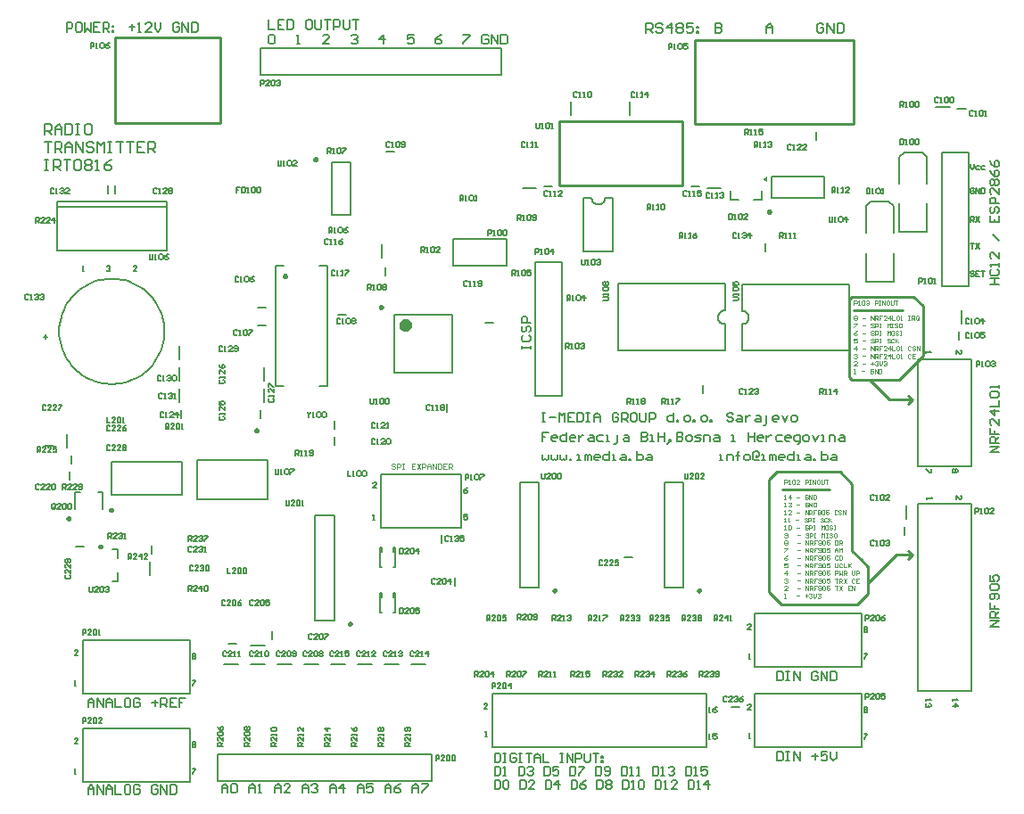
<source format=gto>
%FSDAX23Y23*%
%MOIN*%
%SFA1B1*%

%IPPOS*%
%ADD38C,0.010000*%
%ADD52C,0.009800*%
%ADD53C,0.007900*%
%ADD54C,0.023600*%
%ADD55C,0.008000*%
%ADD56C,0.003900*%
%ADD57C,0.005000*%
%LNde-110817-1*%
%LPD*%
G36*
X04012Y03330D02*
X03997Y03340D01*
X04012Y03350*
Y03330*
G37*
G54D38*
X04540Y02500D02*
X04555Y02515D01*
X04540Y02530D02*
X04555Y02515D01*
X04470D02*
X04555D01*
X04395Y02590D02*
X04470Y02515D01*
X04375Y02590D02*
X04395D01*
X04335Y02850D02*
X04520D01*
X04320Y02890D02*
X04330Y02900D01*
X04320Y02600D02*
Y02890D01*
Y02600D02*
X04330Y02590D01*
X04505*
X04595Y02680*
Y02700*
Y02865*
X04560Y02900D02*
X04595Y02865D01*
X04330Y02900D02*
X04560D01*
X04070Y02180D02*
X04245D01*
X04540Y01920D02*
X04555Y01935D01*
X04540Y01950D02*
X04555Y01935D01*
X04495D02*
X04555D01*
X04390Y01830D02*
X04495Y01935D01*
X04390Y01820D02*
Y01830D01*
X04020Y02215D02*
X04050Y02245D01*
X04020Y01795D02*
Y02215D01*
Y01795D02*
X04065Y01750D01*
X04085*
X04350*
X04390Y01790*
Y01890*
X04365Y01915D02*
X04390Y01890D01*
X04330Y01950D02*
X04365Y01915D01*
X04330Y01950D02*
Y02040D01*
Y02200*
X04285Y02245D02*
X04330Y02200D01*
X04050Y02245D02*
X04285D01*
X03235Y03555D02*
X03695D01*
X03235Y03315D02*
X03695D01*
X03235Y03315D02*
Y03551D01*
X03695Y03315D02*
Y03555D01*
X03744Y03544D02*
Y03858D01*
X04335Y03544D02*
Y03858D01*
X03744Y03544D02*
X04335D01*
X03744Y03858D02*
X04335D01*
X01578Y03547D02*
X01971D01*
Y03867*
X01578Y03547D02*
Y03867D01*
X01971*
G54D52*
X03764Y01801D02*
D01*
X03764Y01801*
X03764Y01802*
X03764Y01802*
X03764Y01802*
X03764Y01803*
X03763Y01803*
X03763Y01803*
X03763Y01804*
X03763Y01804*
X03763Y01804*
X03763Y01804*
X03762Y01805*
X03762Y01805*
X03762Y01805*
X03761Y01805*
X03761Y01805*
X03761Y01806*
X03761Y01806*
X03760Y01806*
X03760Y01806*
X03760Y01806*
X03759Y01806*
X03759*
X03758Y01806*
X03758Y01806*
X03758Y01806*
X03757Y01806*
X03757Y01806*
X03757Y01805*
X03757Y01805*
X03756Y01805*
X03756Y01805*
X03756Y01805*
X03755Y01804*
X03755Y01804*
X03755Y01804*
X03755Y01804*
X03755Y01803*
X03755Y01803*
X03754Y01803*
X03754Y01802*
X03754Y01802*
X03754Y01802*
X03754Y01801*
X03754Y01801*
X03754Y01801*
X03754Y01800*
X03754Y01800*
X03754Y01800*
X03754Y01799*
X03755Y01799*
X03755Y01799*
X03755Y01798*
X03755Y01798*
X03755Y01798*
X03755Y01798*
X03756Y01797*
X03756Y01797*
X03756Y01797*
X03757Y01797*
X03757Y01797*
X03757Y01796*
X03757Y01796*
X03758Y01796*
X03758Y01796*
X03758Y01796*
X03759Y01796*
X03759*
X03760Y01796*
X03760Y01796*
X03760Y01796*
X03761Y01796*
X03761Y01796*
X03761Y01797*
X03761Y01797*
X03762Y01797*
X03762Y01797*
X03762Y01797*
X03763Y01798*
X03763Y01798*
X03763Y01798*
X03763Y01798*
X03763Y01799*
X03763Y01799*
X03764Y01799*
X03764Y01800*
X03764Y01800*
X03764Y01800*
X03764Y01801*
X03764Y01801*
X01408Y02070D02*
D01*
X01408Y02071*
X01408Y02071*
X01407Y02071*
X01407Y02072*
X01407Y02072*
X01407Y02072*
X01407Y02073*
X01407Y02073*
X01407Y02073*
X01406Y02073*
X01406Y02074*
X01406Y02074*
X01406Y02074*
X01405Y02074*
X01405Y02075*
X01405Y02075*
X01405Y02075*
X01404Y02075*
X01404Y02075*
X01404Y02075*
X01403Y02075*
X01403Y02075*
X01403*
X01402Y02075*
X01402Y02075*
X01402Y02075*
X01401Y02075*
X01401Y02075*
X01401Y02075*
X01400Y02075*
X01400Y02074*
X01400Y02074*
X01399Y02074*
X01399Y02074*
X01399Y02073*
X01399Y02073*
X01399Y02073*
X01398Y02073*
X01398Y02072*
X01398Y02072*
X01398Y02072*
X01398Y02071*
X01398Y02071*
X01398Y02071*
X01398Y02070*
X01398Y02070*
X01398Y02070*
X01398Y02069*
X01398Y02069*
X01398Y02069*
X01398Y02068*
X01398Y02068*
X01399Y02068*
X01399Y02067*
X01399Y02067*
X01399Y02067*
X01399Y02067*
X01400Y02066*
X01400Y02066*
X01400Y02066*
X01401Y02066*
X01401Y02066*
X01401Y02066*
X01402Y02066*
X01402Y02065*
X01402Y02065*
X01403Y02065*
X01403*
X01403Y02065*
X01404Y02065*
X01404Y02066*
X01404Y02066*
X01405Y02066*
X01405Y02066*
X01405Y02066*
X01405Y02066*
X01406Y02066*
X01406Y02067*
X01406Y02067*
X01406Y02067*
X01407Y02067*
X01407Y02068*
X01407Y02068*
X01407Y02068*
X01407Y02069*
X01407Y02069*
X01407Y02069*
X01408Y02070*
X01408Y02070*
X01408Y02070*
X01567Y02101D02*
D01*
X01567Y02102*
X01567Y02102*
X01567Y02102*
X01567Y02103*
X01567Y02103*
X01566Y02103*
X01566Y02104*
X01566Y02104*
X01566Y02104*
X01566Y02105*
X01566Y02105*
X01565Y02105*
X01565Y02105*
X01565Y02105*
X01564Y02106*
X01564Y02106*
X01564Y02106*
X01564Y02106*
X01563Y02106*
X01563Y02106*
X01563Y02106*
X01562Y02106*
X01562*
X01561Y02106*
X01561Y02106*
X01561Y02106*
X01560Y02106*
X01560Y02106*
X01560Y02106*
X01560Y02106*
X01559Y02105*
X01559Y02105*
X01559Y02105*
X01558Y02105*
X01558Y02105*
X01558Y02104*
X01558Y02104*
X01558Y02104*
X01558Y02103*
X01557Y02103*
X01557Y02103*
X01557Y02102*
X01557Y02102*
X01557Y02102*
X01557Y02101*
X01557Y02101*
X01557Y02101*
X01557Y02100*
X01557Y02100*
X01557Y02100*
X01558Y02099*
X01558Y02099*
X01558Y02099*
X01558Y02099*
X01558Y02098*
X01558Y02098*
X01559Y02098*
X01559Y02098*
X01559Y02097*
X01560Y02097*
X01560Y02097*
X01560Y02097*
X01560Y02097*
X01561Y02097*
X01561Y02097*
X01561Y02097*
X01562Y02097*
X01562*
X01563Y02097*
X01563Y02097*
X01563Y02097*
X01564Y02097*
X01564Y02097*
X01564Y02097*
X01564Y02097*
X01565Y02097*
X01565Y02098*
X01565Y02098*
X01566Y02098*
X01566Y02098*
X01566Y02099*
X01566Y02099*
X01566Y02099*
X01566Y02099*
X01567Y02100*
X01567Y02100*
X01567Y02100*
X01567Y02101*
X01567Y02101*
X01567Y02101*
X02110Y02400D02*
D01*
X02110Y02400*
X02110Y02400*
X02110Y02401*
X02110Y02401*
X02110Y02401*
X02110Y02401*
X02109Y02402*
X02109Y02402*
X02109Y02402*
X02109Y02403*
X02109Y02403*
X02108Y02403*
X02108Y02403*
X02108Y02404*
X02108Y02404*
X02107Y02404*
X02107Y02404*
X02107Y02404*
X02106Y02404*
X02106Y02404*
X02106Y02404*
X02105Y02404*
X02105*
X02105Y02404*
X02104Y02404*
X02104Y02404*
X02104Y02404*
X02103Y02404*
X02103Y02404*
X02103Y02404*
X02102Y02404*
X02102Y02403*
X02102Y02403*
X02102Y02403*
X02101Y02403*
X02101Y02402*
X02101Y02402*
X02101Y02402*
X02101Y02401*
X02100Y02401*
X02100Y02401*
X02100Y02401*
X02100Y02400*
X02100Y02400*
X02100Y02400*
X02100Y02399*
X02100Y02399*
X02100Y02398*
X02100Y02398*
X02100Y02398*
X02101Y02398*
X02101Y02397*
X02101Y02397*
X02101Y02397*
X02101Y02396*
X02102Y02396*
X02102Y02396*
X02102Y02396*
X02102Y02395*
X02103Y02395*
X02103Y02395*
X02103Y02395*
X02104Y02395*
X02104Y02395*
X02104Y02395*
X02105Y02395*
X02105Y02395*
X02105*
X02106Y02395*
X02106Y02395*
X02106Y02395*
X02107Y02395*
X02107Y02395*
X02107Y02395*
X02108Y02395*
X02108Y02395*
X02108Y02396*
X02108Y02396*
X02109Y02396*
X02109Y02396*
X02109Y02397*
X02109Y02397*
X02109Y02397*
X02110Y02398*
X02110Y02398*
X02110Y02398*
X02110Y02398*
X02110Y02399*
X02110Y02399*
X02110Y02400*
X02459Y01676D02*
D01*
X02459Y01676*
X02459Y01677*
X02459Y01677*
X02459Y01677*
X02459Y01678*
X02458Y01678*
X02458Y01678*
X02458Y01679*
X02458Y01679*
X02458Y01679*
X02458Y01679*
X02457Y01680*
X02457Y01680*
X02457Y01680*
X02456Y01680*
X02456Y01680*
X02456Y01681*
X02456Y01681*
X02455Y01681*
X02455Y01681*
X02455Y01681*
X02454Y01681*
X02454*
X02453Y01681*
X02453Y01681*
X02453Y01681*
X02452Y01681*
X02452Y01681*
X02452Y01680*
X02452Y01680*
X02451Y01680*
X02451Y01680*
X02451Y01680*
X02450Y01679*
X02450Y01679*
X02450Y01679*
X02450Y01679*
X02450Y01678*
X02450Y01678*
X02449Y01678*
X02449Y01677*
X02449Y01677*
X02449Y01677*
X02449Y01676*
X02449Y01676*
X02449Y01676*
X02449Y01675*
X02449Y01675*
X02449Y01675*
X02449Y01674*
X02450Y01674*
X02450Y01674*
X02450Y01673*
X02450Y01673*
X02450Y01673*
X02450Y01673*
X02451Y01672*
X02451Y01672*
X02451Y01672*
X02452Y01672*
X02452Y01672*
X02452Y01671*
X02452Y01671*
X02453Y01671*
X02453Y01671*
X02453Y01671*
X02454Y01671*
X02454*
X02455Y01671*
X02455Y01671*
X02455Y01671*
X02456Y01671*
X02456Y01671*
X02456Y01672*
X02456Y01672*
X02457Y01672*
X02457Y01672*
X02457Y01672*
X02458Y01673*
X02458Y01673*
X02458Y01673*
X02458Y01673*
X02458Y01674*
X02458Y01674*
X02459Y01674*
X02459Y01675*
X02459Y01675*
X02459Y01675*
X02459Y01676*
X02459Y01676*
X01527Y01965D02*
D01*
X01527Y01966*
X01527Y01966*
X01527Y01966*
X01527Y01967*
X01527Y01967*
X01527Y01967*
X01526Y01968*
X01526Y01968*
X01526Y01968*
X01526Y01969*
X01526Y01969*
X01525Y01969*
X01525Y01969*
X01525Y01969*
X01525Y01970*
X01524Y01970*
X01524Y01970*
X01524Y01970*
X01523Y01970*
X01523Y01970*
X01523Y01970*
X01522Y01970*
X01522*
X01522Y01970*
X01521Y01970*
X01521Y01970*
X01521Y01970*
X01520Y01970*
X01520Y01970*
X01520Y01970*
X01519Y01969*
X01519Y01969*
X01519Y01969*
X01519Y01969*
X01518Y01969*
X01518Y01968*
X01518Y01968*
X01518Y01968*
X01518Y01967*
X01517Y01967*
X01517Y01967*
X01517Y01966*
X01517Y01966*
X01517Y01966*
X01517Y01965*
X01517Y01965*
X01517Y01965*
X01517Y01964*
X01517Y01964*
X01517Y01964*
X01518Y01963*
X01518Y01963*
X01518Y01963*
X01518Y01963*
X01518Y01962*
X01519Y01962*
X01519Y01962*
X01519Y01962*
X01519Y01961*
X01520Y01961*
X01520Y01961*
X01520Y01961*
X01521Y01961*
X01521Y01961*
X01521Y01961*
X01522Y01961*
X01522Y01961*
X01522*
X01523Y01961*
X01523Y01961*
X01523Y01961*
X01524Y01961*
X01524Y01961*
X01524Y01961*
X01525Y01961*
X01525Y01961*
X01525Y01962*
X01525Y01962*
X01526Y01962*
X01526Y01962*
X01526Y01963*
X01526Y01963*
X01526Y01963*
X01527Y01963*
X01527Y01964*
X01527Y01964*
X01527Y01964*
X01527Y01965*
X01527Y01965*
X01527Y01965*
X04026Y03217D02*
D01*
X04026Y03217*
X04026Y03218*
X04026Y03218*
X04026Y03218*
X04026Y03219*
X04026Y03219*
X04025Y03219*
X04025Y03220*
X04025Y03220*
X04025Y03220*
X04025Y03220*
X04024Y03221*
X04024Y03221*
X04024Y03221*
X04024Y03221*
X04023Y03221*
X04023Y03222*
X04023Y03222*
X04022Y03222*
X04022Y03222*
X04022Y03222*
X04021Y03222*
X04021*
X04021Y03222*
X04020Y03222*
X04020Y03222*
X04020Y03222*
X04019Y03222*
X04019Y03221*
X04019Y03221*
X04018Y03221*
X04018Y03221*
X04018Y03221*
X04018Y03220*
X04017Y03220*
X04017Y03220*
X04017Y03220*
X04017Y03219*
X04017Y03219*
X04016Y03219*
X04016Y03218*
X04016Y03218*
X04016Y03218*
X04016Y03217*
X04016Y03217*
X04016Y03217*
X04016Y03216*
X04016Y03216*
X04016Y03216*
X04016Y03215*
X04017Y03215*
X04017Y03215*
X04017Y03214*
X04017Y03214*
X04017Y03214*
X04018Y03214*
X04018Y03213*
X04018Y03213*
X04018Y03213*
X04019Y03213*
X04019Y03213*
X04019Y03212*
X04020Y03212*
X04020Y03212*
X04020Y03212*
X04021Y03212*
X04021Y03212*
X04021*
X04022Y03212*
X04022Y03212*
X04022Y03212*
X04023Y03212*
X04023Y03212*
X04023Y03213*
X04024Y03213*
X04024Y03213*
X04024Y03213*
X04024Y03213*
X04025Y03214*
X04025Y03214*
X04025Y03214*
X04025Y03214*
X04025Y03215*
X04026Y03215*
X04026Y03215*
X04026Y03216*
X04026Y03216*
X04026Y03216*
X04026Y03217*
X04026Y03217*
X02575Y02860D02*
D01*
X02575Y02861*
X02575Y02861*
X02575Y02861*
X02575Y02862*
X02575Y02862*
X02575Y02862*
X02574Y02863*
X02574Y02863*
X02574Y02863*
X02574Y02863*
X02574Y02864*
X02573Y02864*
X02573Y02864*
X02573Y02864*
X02573Y02865*
X02572Y02865*
X02572Y02865*
X02572Y02865*
X02571Y02865*
X02571Y02865*
X02571Y02865*
X02570Y02865*
X02570*
X02570Y02865*
X02569Y02865*
X02569Y02865*
X02569Y02865*
X02568Y02865*
X02568Y02865*
X02568Y02865*
X02567Y02864*
X02567Y02864*
X02567Y02864*
X02567Y02864*
X02566Y02863*
X02566Y02863*
X02566Y02863*
X02566Y02863*
X02566Y02862*
X02565Y02862*
X02565Y02862*
X02565Y02861*
X02565Y02861*
X02565Y02861*
X02565Y02860*
X02565Y02860*
X02565Y02860*
X02565Y02859*
X02565Y02859*
X02565Y02859*
X02566Y02858*
X02566Y02858*
X02566Y02858*
X02566Y02857*
X02566Y02857*
X02567Y02857*
X02567Y02857*
X02567Y02856*
X02567Y02856*
X02568Y02856*
X02568Y02856*
X02568Y02856*
X02569Y02856*
X02569Y02856*
X02569Y02855*
X02570Y02855*
X02570Y02855*
X02570*
X02571Y02855*
X02571Y02855*
X02571Y02856*
X02572Y02856*
X02572Y02856*
X02572Y02856*
X02573Y02856*
X02573Y02856*
X02573Y02856*
X02573Y02857*
X02574Y02857*
X02574Y02857*
X02574Y02857*
X02574Y02858*
X02574Y02858*
X02575Y02858*
X02575Y02859*
X02575Y02859*
X02575Y02859*
X02575Y02860*
X02575Y02860*
X02575Y02860*
X02330Y03413D02*
D01*
X02330Y03413*
X02330Y03414*
X02330Y03414*
X02330Y03414*
X02330Y03415*
X02330Y03415*
X02330Y03415*
X02330Y03416*
X02329Y03416*
X02329Y03416*
X02329Y03416*
X02329Y03417*
X02329Y03417*
X02328Y03417*
X02328Y03417*
X02328Y03417*
X02327Y03418*
X02327Y03418*
X02327Y03418*
X02326Y03418*
X02326Y03418*
X02326Y03418*
X02325*
X02325Y03418*
X02325Y03418*
X02324Y03418*
X02324Y03418*
X02324Y03418*
X02323Y03417*
X02323Y03417*
X02323Y03417*
X02322Y03417*
X02322Y03417*
X02322Y03416*
X02322Y03416*
X02322Y03416*
X02321Y03416*
X02321Y03415*
X02321Y03415*
X02321Y03415*
X02321Y03414*
X02321Y03414*
X02321Y03414*
X02321Y03413*
X02321Y03413*
X02321Y03413*
X02321Y03412*
X02321Y03412*
X02321Y03412*
X02321Y03411*
X02321Y03411*
X02321Y03411*
X02321Y03410*
X02322Y03410*
X02322Y03410*
X02322Y03410*
X02322Y03409*
X02322Y03409*
X02323Y03409*
X02323Y03409*
X02323Y03409*
X02324Y03408*
X02324Y03408*
X02324Y03408*
X02325Y03408*
X02325Y03408*
X02325Y03408*
X02326*
X02326Y03408*
X02326Y03408*
X02327Y03408*
X02327Y03408*
X02327Y03408*
X02328Y03409*
X02328Y03409*
X02328Y03409*
X02329Y03409*
X02329Y03409*
X02329Y03410*
X02329Y03410*
X02329Y03410*
X02330Y03410*
X02330Y03411*
X02330Y03411*
X02330Y03411*
X02330Y03412*
X02330Y03412*
X02330Y03412*
X02330Y03413*
X02330Y03413*
X02216Y02977D02*
D01*
X02216Y02977*
X02216Y02977*
X02216Y02978*
X02216Y02978*
X02216Y02978*
X02216Y02978*
X02216Y02979*
X02216Y02979*
X02215Y02979*
X02215Y02980*
X02215Y02980*
X02215Y02980*
X02215Y02980*
X02214Y02981*
X02214Y02981*
X02214Y02981*
X02213Y02981*
X02213Y02981*
X02213Y02981*
X02212Y02981*
X02212Y02981*
X02212Y02981*
X02211*
X02211Y02981*
X02211Y02981*
X02210Y02981*
X02210Y02981*
X02210Y02981*
X02209Y02981*
X02209Y02981*
X02209Y02981*
X02208Y02980*
X02208Y02980*
X02208Y02980*
X02208Y02980*
X02208Y02979*
X02207Y02979*
X02207Y02979*
X02207Y02978*
X02207Y02978*
X02207Y02978*
X02207Y02978*
X02207Y02977*
X02207Y02977*
X02207Y02977*
X02207Y02976*
X02207Y02976*
X02207Y02975*
X02207Y02975*
X02207Y02975*
X02207Y02975*
X02207Y02974*
X02207Y02974*
X02208Y02974*
X02208Y02973*
X02208Y02973*
X02208Y02973*
X02208Y02973*
X02209Y02972*
X02209Y02972*
X02209Y02972*
X02210Y02972*
X02210Y02972*
X02210Y02972*
X02211Y02972*
X02211Y02972*
X02211Y02972*
X02212*
X02212Y02972*
X02212Y02972*
X02213Y02972*
X02213Y02972*
X02213Y02972*
X02214Y02972*
X02214Y02972*
X02214Y02972*
X02215Y02973*
X02215Y02973*
X02215Y02973*
X02215Y02973*
X02215Y02974*
X02216Y02974*
X02216Y02974*
X02216Y02975*
X02216Y02975*
X02216Y02975*
X02216Y02975*
X02216Y02976*
X02216Y02976*
X02216Y02977*
X03224Y01801D02*
D01*
X03224Y01801*
X03224Y01802*
X03224Y01802*
X03224Y01802*
X03224Y01803*
X03223Y01803*
X03223Y01803*
X03223Y01804*
X03223Y01804*
X03223Y01804*
X03223Y01804*
X03222Y01805*
X03222Y01805*
X03222Y01805*
X03221Y01805*
X03221Y01805*
X03221Y01806*
X03221Y01806*
X03220Y01806*
X03220Y01806*
X03220Y01806*
X03219Y01806*
X03219*
X03218Y01806*
X03218Y01806*
X03218Y01806*
X03217Y01806*
X03217Y01806*
X03217Y01805*
X03217Y01805*
X03216Y01805*
X03216Y01805*
X03216Y01805*
X03215Y01804*
X03215Y01804*
X03215Y01804*
X03215Y01804*
X03215Y01803*
X03215Y01803*
X03214Y01803*
X03214Y01802*
X03214Y01802*
X03214Y01802*
X03214Y01801*
X03214Y01801*
X03214Y01801*
X03214Y01800*
X03214Y01800*
X03214Y01800*
X03214Y01799*
X03215Y01799*
X03215Y01799*
X03215Y01798*
X03215Y01798*
X03215Y01798*
X03215Y01798*
X03216Y01797*
X03216Y01797*
X03216Y01797*
X03217Y01797*
X03217Y01797*
X03217Y01796*
X03217Y01796*
X03218Y01796*
X03218Y01796*
X03218Y01796*
X03219Y01796*
X03219*
X03220Y01796*
X03220Y01796*
X03220Y01796*
X03221Y01796*
X03221Y01796*
X03221Y01797*
X03221Y01797*
X03222Y01797*
X03222Y01797*
X03222Y01797*
X03223Y01798*
X03223Y01798*
X03223Y01798*
X03223Y01798*
X03223Y01799*
X03223Y01799*
X03224Y01799*
X03224Y01800*
X03224Y01800*
X03224Y01800*
X03224Y01801*
X03224Y01801*
G54D53*
X03855Y02848D02*
D01*
X03853Y02847*
X03851Y02847*
X03849Y02847*
X03848Y02847*
X03846Y02846*
X03844Y02845*
X03843Y02845*
X03841Y02844*
X03840Y02843*
X03838Y02842*
X03837Y02840*
X03836Y02839*
X03835Y02838*
X03834Y02836*
X03833Y02835*
X03832Y02833*
X03831Y02832*
X03831Y02830*
X03830Y02829*
X03830Y02827*
X03830Y02825*
X03830Y02823*
Y02822*
X03830Y02820*
X03830Y02818*
X03830Y02816*
X03831Y02815*
X03831Y02813*
X03832Y02812*
X03833Y02810*
X03834Y02809*
X03835Y02807*
X03836Y02806*
X03837Y02805*
X03838Y02803*
X03840Y02802*
X03841Y02801*
X03843Y02800*
X03844Y02800*
X03846Y02799*
X03848Y02798*
X03849Y02798*
X03851Y02798*
X03853Y02798*
X03855Y02798*
X03920Y02797D02*
D01*
X03921Y02797*
X03923Y02797*
X03925Y02797*
X03926Y02797*
X03928Y02798*
X03930Y02799*
X03931Y02799*
X03933Y02800*
X03934Y02801*
X03936Y02802*
X03937Y02804*
X03938Y02805*
X03939Y02806*
X03940Y02808*
X03941Y02809*
X03942Y02811*
X03943Y02812*
X03943Y02814*
X03944Y02815*
X03944Y02817*
X03944Y02819*
X03944Y02821*
Y02822*
X03944Y02824*
X03944Y02826*
X03944Y02828*
X03943Y02829*
X03943Y02831*
X03942Y02832*
X03941Y02834*
X03940Y02835*
X03939Y02837*
X03938Y02838*
X03937Y02839*
X03936Y02841*
X03934Y02842*
X03933Y02843*
X03931Y02844*
X03930Y02844*
X03928Y02845*
X03926Y02846*
X03925Y02846*
X03923Y02846*
X03921Y02846*
X03920Y02847*
X01761Y02770D02*
D01*
X01761Y02783*
X01759Y02797*
X01757Y02810*
X01754Y02824*
X01749Y02837*
X01744Y02850*
X01738Y02862*
X01731Y02874*
X01724Y02885*
X01715Y02896*
X01706Y02906*
X01696Y02916*
X01686Y02925*
X01675Y02933*
X01663Y02940*
X01651Y02946*
X01638Y02952*
X01625Y02957*
X01612Y02961*
X01599Y02963*
X01585Y02965*
X01571Y02966*
X01558*
X01544Y02965*
X01530Y02963*
X01517Y02961*
X01504Y02957*
X01491Y02952*
X01478Y02946*
X01466Y02940*
X01454Y02933*
X01443Y02925*
X01433Y02916*
X01423Y02906*
X01414Y02896*
X01405Y02885*
X01397Y02874*
X01391Y02862*
X01385Y02850*
X01379Y02837*
X01375Y02824*
X01372Y02810*
X01369Y02797*
X01368Y02783*
X01368Y02770*
X01368Y02756*
X01369Y02742*
X01372Y02729*
X01375Y02715*
X01379Y02702*
X01385Y02689*
X01391Y02677*
X01397Y02665*
X01405Y02654*
X01414Y02643*
X01423Y02633*
X01433Y02623*
X01443Y02614*
X01454Y02606*
X01466Y02599*
X01478Y02593*
X01491Y02587*
X01504Y02582*
X01517Y02578*
X01530Y02576*
X01544Y02574*
X01558Y02573*
X01571*
X01585Y02574*
X01599Y02576*
X01612Y02578*
X01625Y02582*
X01638Y02587*
X01651Y02593*
X01663Y02599*
X01675Y02606*
X01686Y02614*
X01696Y02623*
X01706Y02633*
X01715Y02643*
X01724Y02654*
X01731Y02665*
X01738Y02677*
X01744Y02689*
X01749Y02702*
X01754Y02715*
X01757Y02729*
X01759Y02742*
X01761Y02756*
X01761Y02770*
X03358Y03270D02*
D01*
X03358Y03268*
X03358Y03266*
X03358Y03264*
X03359Y03263*
X03359Y03261*
X03360Y03259*
X03361Y03258*
X03361Y03256*
X03362Y03255*
X03363Y03253*
X03365Y03252*
X03366Y03251*
X03367Y03250*
X03369Y03249*
X03370Y03248*
X03372Y03247*
X03373Y03246*
X03375Y03246*
X03377Y03245*
X03378Y03245*
X03380Y03245*
X03382Y03245*
X03383*
X03385Y03245*
X03387Y03245*
X03389Y03245*
X03390Y03246*
X03392Y03246*
X03394Y03247*
X03395Y03248*
X03397Y03249*
X03398Y03250*
X03399Y03251*
X03401Y03252*
X03402Y03253*
X03403Y03255*
X03404Y03256*
X03405Y03258*
X03405Y03259*
X03406Y03261*
X03407Y03263*
X03407Y03264*
X03407Y03266*
X03408Y03268*
X03408Y03270*
X02120Y03830D02*
X03020D01*
X02120Y03730D02*
Y03830D01*
Y03730D02*
X03020D01*
Y03830*
X03700Y01813D02*
Y02206D01*
X03629Y01813D02*
Y02206D01*
Y01813D02*
X03700D01*
X03629Y02206D02*
X03700D01*
X03479Y01926D02*
X03510D01*
X02848Y01819D02*
Y01850D01*
X03855Y02848D02*
Y02947D01*
Y02698D02*
Y02798D01*
X03455Y02698D02*
X03855D01*
X03455D02*
Y02947D01*
X03855*
X03920Y02697D02*
Y02797D01*
Y02847D02*
Y02946D01*
X04320*
Y02697D02*
Y02946D01*
X03920Y02697D02*
X04320D01*
X04739Y02799D02*
Y02850D01*
X04731Y02739D02*
Y02770D01*
X04534Y02069D02*
Y02120D01*
X04526Y02009D02*
Y02040D01*
X01823Y02444D02*
Y02475D01*
X02121Y02444D02*
Y02475D01*
X02134Y02584D02*
Y02635D01*
Y02504D02*
Y02555D01*
X01578Y03284D02*
Y03315D01*
X01815Y02664D02*
Y02715D01*
Y02584D02*
Y02635D01*
Y02504D02*
Y02555D01*
X01551Y03284D02*
Y03315D01*
X02084Y01595D02*
X02135D01*
X01999Y01603D02*
X02030D01*
X02163Y01619D02*
Y01650D01*
X02184Y01524D02*
X02235D01*
X02084D02*
X02135D01*
X01984D02*
X02035D01*
X02284D02*
X02335D01*
X02484D02*
X02535D01*
X02584D02*
X02635D01*
X02684D02*
X02735D01*
X02384D02*
X02435D01*
X01406Y02214D02*
Y02245D01*
X01395Y02334D02*
Y02385D01*
X01314Y02343D02*
X01345D01*
X01413Y02274D02*
Y02305D01*
X01429Y01966D02*
X01460D01*
X01705Y01859D02*
Y01910D01*
X01713Y01939D02*
Y01970D01*
X03879Y01366D02*
X03910D01*
X04526Y03440D02*
X04593D01*
X04508Y03422D02*
X04526Y03440D01*
X04593D02*
X04611Y03422D01*
X04508Y03141D02*
Y03247D01*
X04611Y03141D02*
Y03247D01*
X04508Y03141D02*
X04611D01*
X04508Y03322D02*
Y03422D01*
X04611Y03322D02*
Y03422D01*
X04401Y03255D02*
X04468D01*
X04383Y03237D02*
X04401Y03255D01*
X04468D02*
X04486Y03237D01*
X04383Y02956D02*
Y03062D01*
X04486Y02956D02*
Y03062D01*
X04383Y02956D02*
X04486D01*
X04383Y03137D02*
Y03237D01*
X04486Y03137D02*
Y03237D01*
X04575Y02265D02*
X04775D01*
X04575Y02665D02*
X04775D01*
Y02265D02*
Y02665D01*
X04575Y02265D02*
Y02665D01*
X04665Y02940D02*
X04765D01*
X04665D02*
Y03440D01*
X04765Y02940D02*
Y03440D01*
X04665D02*
X04765D01*
X04575Y01425D02*
Y02125D01*
X04775Y01425D02*
Y02125D01*
X04575D02*
X04775D01*
X04575Y01425D02*
X04775D01*
X01960Y01190D02*
X02760D01*
X01960Y01090D02*
Y01190D01*
Y01090D02*
X02760D01*
Y01190*
X01855Y01415D02*
Y01615D01*
X01455Y01415D02*
Y01615D01*
X01855*
X01455Y01415D02*
X01855D01*
Y01085D02*
Y01285D01*
X01455Y01085D02*
Y01285D01*
X01855*
X01455Y01085D02*
X01855D01*
X04365Y01215D02*
Y01415D01*
X03965Y01215D02*
Y01415D01*
X04365*
X03965Y01215D02*
X04365D01*
Y01515D02*
Y01715D01*
X03965Y01515D02*
Y01715D01*
X04365*
X03965Y01515D02*
X04365D01*
X01531Y02105D02*
Y02169D01*
X01428Y02105D02*
Y02169D01*
X01446*
X01513D02*
X01531D01*
X01826Y02157D02*
Y02283D01*
X01562Y02157D02*
Y02283D01*
X01826*
X01562Y02157D02*
X01826D01*
X03145Y03030D02*
X03245D01*
Y02530D02*
Y03030D01*
X03145Y02530D02*
Y03030D01*
Y02530D02*
X03245D01*
X01360Y03254D02*
X01769D01*
Y03073D02*
Y03254D01*
X01360Y03073D02*
X01769D01*
X01360D02*
Y03254D01*
Y03234D02*
X01769D01*
X01883Y02142D02*
X02146D01*
X01883D02*
Y02287D01*
X02146*
Y02142D02*
Y02287D01*
X02395Y01688D02*
Y02081D01*
X02324Y01688D02*
Y02081D01*
Y01688D02*
X02395D01*
X02324Y02081D02*
X02395D01*
X01587Y01835D02*
Y01867D01*
X01567Y01835D02*
X01587D01*
Y01922D02*
Y01954D01*
X01567D02*
X01587D01*
X04196Y03484D02*
Y03515D01*
X04228Y03270D02*
Y03349D01*
X04031Y03270D02*
Y03349D01*
X04228*
X04031Y03270D02*
X04228D01*
X02985Y01415D02*
X03785D01*
X02985Y01215D02*
X03785D01*
X02985D02*
Y01415D01*
X03785Y01215D02*
Y01415D01*
X03993Y03263D02*
Y03295D01*
X03875Y03262D02*
X03907D01*
X03875D02*
Y03294D01*
X03962Y03262D02*
X03994D01*
X02840Y03115D02*
X03040D01*
X02840Y03015D02*
Y03115D01*
Y03015D02*
X03040D01*
Y03115*
X02109Y02791D02*
X02140D01*
X02109Y02858D02*
X02140D01*
X02589Y03441D02*
X02621D01*
X02398Y02344D02*
Y02375D01*
Y02404D02*
Y02435D01*
X02621Y02616D02*
Y02833D01*
X02838Y02616D02*
Y02833D01*
X02621D02*
X02838D01*
X02621Y02616D02*
X02838D01*
X02586Y02979D02*
Y03010D01*
X02574Y03044D02*
Y03095D01*
X02818Y02469D02*
Y02500D01*
X02409Y02833D02*
X02440D01*
X02959Y02803D02*
X02990D01*
X02385Y03206D02*
X02455D01*
X02385Y03403D02*
X02455D01*
Y03206D02*
Y03403D01*
X02385Y03206D02*
Y03403D01*
X03327Y03270D02*
X03358D01*
X03408D02*
X03438D01*
Y03070D02*
Y03270D01*
X03327Y03070D02*
X03438D01*
X03327D02*
Y03270D01*
X03729Y03313D02*
X03760D01*
X03789Y03305D02*
X03840D01*
X03179Y03313D02*
X03210D01*
X03099Y03305D02*
X03150D01*
X03280Y03579D02*
Y03630D01*
X03500Y03579D02*
Y03630D01*
X04006Y03069D02*
Y03100D01*
X03773Y02539D02*
Y02570D01*
X02678Y02035D02*
X02870D01*
X02570D02*
X02870D01*
X02570Y02235D02*
X02870D01*
X02570Y02035D02*
Y02235D01*
X02870Y02035D02*
Y02235D01*
X02616Y01792D02*
X02624D01*
X02616Y01717D02*
X02624D01*
X02565Y01792D02*
X02573D01*
X02565Y01717D02*
X02573D01*
X02624D02*
Y01792D01*
X02565Y01717D02*
Y01792D01*
X02573Y01776D02*
Y01792D01*
X02565Y01776D02*
X02573D01*
X02616D02*
X02624D01*
X02616D02*
Y01792D01*
Y01962D02*
X02624D01*
X02616Y01887D02*
X02624D01*
X02565Y01962D02*
X02573D01*
X02565Y01887D02*
X02573D01*
X02624D02*
Y01962D01*
X02565Y01887D02*
Y01962D01*
X02573Y01946D02*
Y01962D01*
X02565Y01946D02*
X02573D01*
X02616D02*
X02624D01*
X02616D02*
Y01962D01*
X02371Y02565D02*
Y03014D01*
X02341Y02565D02*
X02371D01*
X02178Y03014D02*
X02208D01*
X02178Y02565D02*
Y03014D01*
Y02565D02*
X02208D01*
X02341Y03014D02*
X02371D01*
X03160Y01813D02*
Y02206D01*
X03089Y01813D02*
Y02206D01*
Y01813D02*
X03160D01*
X03089Y02206D02*
X03160D01*
X02796Y01979D02*
Y02010D01*
X04724Y03601D02*
X04755D01*
X04644Y03609D02*
X04695D01*
G54D54*
X02672Y02793D02*
D01*
X02672Y02794*
X02672Y02795*
X02672Y02796*
X02672Y02797*
X02672Y02797*
X02671Y02798*
X02671Y02799*
X02671Y02800*
X02670Y02800*
X02670Y02801*
X02669Y02802*
X02668Y02802*
X02668Y02803*
X02667Y02803*
X02667Y02804*
X02666Y02804*
X02665Y02804*
X02664Y02805*
X02663Y02805*
X02663Y02805*
X02662Y02805*
X02661Y02805*
X02660*
X02659Y02805*
X02659Y02805*
X02658Y02805*
X02657Y02805*
X02656Y02804*
X02655Y02804*
X02655Y02804*
X02654Y02803*
X02653Y02803*
X02653Y02802*
X02652Y02802*
X02652Y02801*
X02651Y02800*
X02651Y02800*
X02650Y02799*
X02650Y02798*
X02650Y02797*
X02649Y02797*
X02649Y02796*
X02649Y02795*
X02649Y02794*
X02649Y02793*
X02649Y02793*
X02649Y02792*
X02649Y02791*
X02649Y02790*
X02650Y02789*
X02650Y02789*
X02650Y02788*
X02651Y02787*
X02651Y02786*
X02652Y02786*
X02652Y02785*
X02653Y02785*
X02653Y02784*
X02654Y02784*
X02655Y02783*
X02655Y02783*
X02656Y02782*
X02657Y02782*
X02658Y02782*
X02659Y02782*
X02659Y02782*
X02660Y02782*
X02661*
X02662Y02782*
X02663Y02782*
X02663Y02782*
X02664Y02782*
X02665Y02782*
X02666Y02783*
X02667Y02783*
X02667Y02784*
X02668Y02784*
X02668Y02785*
X02669Y02785*
X02670Y02786*
X02670Y02786*
X02671Y02787*
X02671Y02788*
X02671Y02789*
X02672Y02789*
X02672Y02790*
X02672Y02791*
X02672Y02792*
X02672Y02793*
X02672Y02793*
G54D55*
X03173Y02465D02*
X03184D01*
X03178*
Y02431*
X03173*
X03184*
X03201Y02448D02*
X03224D01*
X03235Y02431D02*
Y02465D01*
X03247Y02454*
X03258Y02465*
Y02431*
X03292Y02465D02*
X03270D01*
Y02431*
X03292*
X03270Y02448D02*
X03281D01*
X03304Y02465D02*
Y02431D01*
X03321*
X03327Y02437*
Y02459*
X03321Y02465*
X03304*
X03338D02*
X03349D01*
X03344*
Y02431*
X03338*
X03349*
X03367D02*
Y02454D01*
X03378Y02465*
X03389Y02454*
Y02431*
Y02448*
X03367*
X03458Y02459D02*
X03452Y02465D01*
X03441*
X03435Y02459*
Y02437*
X03441Y02431*
X03452*
X03458Y02437*
Y02448*
X03446*
X03469Y02431D02*
Y02465D01*
X03486*
X03492Y02459*
Y02448*
X03486Y02442*
X03469*
X03481D02*
X03492Y02431D01*
X03521Y02465D02*
X03509D01*
X03504Y02459*
Y02437*
X03509Y02431*
X03521*
X03526Y02437*
Y02459*
X03521Y02465*
X03538D02*
Y02437D01*
X03543Y02431*
X03555*
X03561Y02437*
Y02465*
X03572Y02431D02*
Y02465D01*
X03589*
X03595Y02459*
Y02448*
X03589Y02442*
X03572*
X03663Y02465D02*
Y02431D01*
X03646*
X03641Y02437*
Y02448*
X03646Y02454*
X03663*
X03675Y02431D02*
Y02437D01*
X03680*
Y02431*
X03675*
X03709D02*
X03720D01*
X03726Y02437*
Y02448*
X03720Y02454*
X03709*
X03703Y02448*
Y02437*
X03709Y02431*
X03738D02*
Y02437D01*
X03743*
Y02431*
X03738*
X03772D02*
X03783D01*
X03789Y02437*
Y02448*
X03783Y02454*
X03772*
X03766Y02448*
Y02437*
X03772Y02431*
X03800D02*
Y02437D01*
X03806*
Y02431*
X03800*
X03886Y02459D02*
X03880Y02465D01*
X03869*
X03863Y02459*
Y02454*
X03869Y02448*
X03880*
X03886Y02442*
Y02437*
X03880Y02431*
X03869*
X03863Y02437*
X03903Y02454D02*
X03914D01*
X03920Y02448*
Y02431*
X03903*
X03897Y02437*
X03903Y02442*
X03920*
X03932Y02454D02*
Y02431D01*
Y02442*
X03937Y02448*
X03943Y02454*
X03949*
X03972D02*
X03983D01*
X03989Y02448*
Y02431*
X03972*
X03966Y02437*
X03972Y02442*
X03989*
X04000Y02420D02*
X04006D01*
X04011Y02425*
Y02454*
X04051Y02431D02*
X04040D01*
X04034Y02437*
Y02448*
X04040Y02454*
X04051*
X04057Y02448*
Y02442*
X04034*
X04069Y02454D02*
X04080Y02431D01*
X04091Y02454*
X04108Y02431D02*
X04120D01*
X04126Y02437*
Y02448*
X04120Y02454*
X04108*
X04103Y02448*
Y02437*
X04108Y02431*
X03195Y02393D02*
X03173D01*
Y02376*
X03184*
X03173*
Y02359*
X03224D02*
X03212D01*
X03207Y02365*
Y02376*
X03212Y02382*
X03224*
X03230Y02376*
Y02371*
X03207*
X03264Y02393D02*
Y02359D01*
X03247*
X03241Y02365*
Y02376*
X03247Y02382*
X03264*
X03292Y02359D02*
X03281D01*
X03275Y02365*
Y02376*
X03281Y02382*
X03292*
X03298Y02376*
Y02371*
X03275*
X03310Y02382D02*
Y02359D01*
Y02371*
X03315Y02376*
X03321Y02382*
X03327*
X03349D02*
X03361D01*
X03367Y02376*
Y02359*
X03349*
X03344Y02365*
X03349Y02371*
X03367*
X03401Y02382D02*
X03384D01*
X03378Y02376*
Y02365*
X03384Y02359*
X03401*
X03412D02*
X03424D01*
X03418*
Y02382*
X03412*
X03441Y02348D02*
X03446D01*
X03452Y02354*
Y02382*
X03481D02*
X03492D01*
X03498Y02376*
Y02359*
X03481*
X03475Y02365*
X03481Y02371*
X03498*
X03543Y02393D02*
Y02359D01*
X03561*
X03566Y02365*
Y02371*
X03561Y02376*
X03543*
X03561*
X03566Y02382*
Y02388*
X03561Y02393*
X03543*
X03578Y02359D02*
X03589D01*
X03583*
Y02382*
X03578*
X03606Y02393D02*
Y02359D01*
Y02376*
X03629*
Y02393*
Y02359*
X03646Y02354D02*
X03652Y02359D01*
Y02365*
X03646*
Y02359*
X03652*
X03646Y02354*
X03641Y02348*
X03675Y02393D02*
Y02359D01*
X03692*
X03698Y02365*
Y02371*
X03692Y02376*
X03675*
X03692*
X03698Y02382*
Y02388*
X03692Y02393*
X03675*
X03715Y02359D02*
X03726D01*
X03732Y02365*
Y02376*
X03726Y02382*
X03715*
X03709Y02376*
Y02365*
X03715Y02359*
X03743D02*
X03760D01*
X03766Y02365*
X03760Y02371*
X03749*
X03743Y02376*
X03749Y02382*
X03766*
X03777Y02359D02*
Y02382D01*
X03795*
X03800Y02376*
Y02359*
X03817Y02382D02*
X03829D01*
X03835Y02376*
Y02359*
X03817*
X03812Y02365*
X03817Y02371*
X03835*
X03880Y02359D02*
X03892D01*
X03886*
Y02382*
X03880*
X03943Y02393D02*
Y02359D01*
Y02376*
X03966*
Y02393*
Y02359*
X03994D02*
X03983D01*
X03977Y02365*
Y02376*
X03983Y02382*
X03994*
X04000Y02376*
Y02371*
X03977*
X04011Y02382D02*
Y02359D01*
Y02371*
X04017Y02376*
X04023Y02382*
X04029*
X04069D02*
X04051D01*
X04046Y02376*
Y02365*
X04051Y02359*
X04069*
X04097D02*
X04086D01*
X04080Y02365*
Y02376*
X04086Y02382*
X04097*
X04103Y02376*
Y02371*
X04080*
X04126Y02348D02*
X04131D01*
X04137Y02354*
Y02382*
X04120*
X04114Y02376*
Y02365*
X04120Y02359*
X04137*
X04154D02*
X04166D01*
X04171Y02365*
Y02376*
X04166Y02382*
X04154*
X04148Y02376*
Y02365*
X04154Y02359*
X04183Y02382D02*
X04194Y02359D01*
X04205Y02382*
X04217Y02359D02*
X04228D01*
X04223*
Y02382*
X04217*
X04245Y02359D02*
Y02382D01*
X04263*
X04268Y02376*
Y02359*
X04285Y02382D02*
X04297D01*
X04302Y02376*
Y02359*
X04285*
X04280Y02365*
X04285Y02371*
X04302*
X03173Y02310D02*
Y02293D01*
X03178Y02288*
X03184Y02293*
X03190Y02288*
X03195Y02293*
Y02310*
X03207D02*
Y02293D01*
X03212Y02288*
X03218Y02293*
X03224Y02288*
X03230Y02293*
Y02310*
X03241D02*
Y02293D01*
X03247Y02288*
X03252Y02293*
X03258Y02288*
X03264Y02293*
Y02310*
X03275Y02288D02*
Y02293D01*
X03281*
Y02288*
X03275*
X03304D02*
X03315D01*
X03310*
Y02310*
X03304*
X03332Y02288D02*
Y02310D01*
X03338*
X03344Y02305*
Y02288*
Y02305*
X03349Y02310*
X03355Y02305*
Y02288*
X03384D02*
X03372D01*
X03367Y02293*
Y02305*
X03372Y02310*
X03384*
X03389Y02305*
Y02299*
X03367*
X03424Y02322D02*
Y02288D01*
X03407*
X03401Y02293*
Y02305*
X03407Y02310*
X03424*
X03435Y02288D02*
X03446D01*
X03441*
Y02310*
X03435*
X03469D02*
X03481D01*
X03486Y02305*
Y02288*
X03469*
X03464Y02293*
X03469Y02299*
X03486*
X03498Y02288D02*
Y02293D01*
X03504*
Y02288*
X03498*
X03526Y02322D02*
Y02288D01*
X03543*
X03549Y02293*
Y02299*
Y02305*
X03543Y02310*
X03526*
X03566D02*
X03578D01*
X03583Y02305*
Y02288*
X03566*
X03561Y02293*
X03566Y02299*
X03583*
X03835Y02288D02*
X03846D01*
X03840*
Y02310*
X03835*
X03863Y02288D02*
Y02310D01*
X03880*
X03886Y02305*
Y02288*
X03903D02*
Y02316D01*
Y02305*
X03897*
X03909*
X03903*
Y02316*
X03909Y02322*
X03932Y02288D02*
X03943D01*
X03949Y02293*
Y02305*
X03943Y02310*
X03932*
X03926Y02305*
Y02293*
X03932Y02288*
X03977Y02299D02*
Y02305D01*
X03972*
Y02299*
X03977*
X03983Y02305*
Y02316*
X03977Y02322*
X03966*
X03960Y02316*
Y02293*
X03966Y02288*
X03983*
X03994D02*
X04006D01*
X04000*
Y02310*
X03994*
X04023Y02288D02*
Y02310D01*
X04029*
X04034Y02305*
Y02288*
Y02305*
X04040Y02310*
X04046Y02305*
Y02288*
X04074D02*
X04063D01*
X04057Y02293*
Y02305*
X04063Y02310*
X04074*
X04080Y02305*
Y02299*
X04057*
X04114Y02322D02*
Y02288D01*
X04097*
X04091Y02293*
Y02305*
X04097Y02310*
X04114*
X04126Y02288D02*
X04137D01*
X04131*
Y02310*
X04126*
X04160D02*
X04171D01*
X04177Y02305*
Y02288*
X04160*
X04154Y02293*
X04160Y02299*
X04177*
X04188Y02288D02*
Y02293D01*
X04194*
Y02288*
X04188*
X04217Y02322D02*
Y02288D01*
X04234*
X04240Y02293*
Y02299*
Y02305*
X04234Y02310*
X04217*
X04257D02*
X04268D01*
X04274Y02305*
Y02288*
X04257*
X04251Y02293*
X04257Y02299*
X04274*
X01313Y03505D02*
Y03545D01*
X01332*
X01339Y03538*
Y03525*
X01332Y03519*
X01313*
X01326D02*
X01339Y03505D01*
X01352D02*
Y03532D01*
X01365Y03545*
X01378Y03532*
Y03505*
Y03525*
X01352*
X01391Y03545D02*
Y03505D01*
X01411*
X01418Y03512*
Y03538*
X01411Y03545*
X01391*
X01431D02*
X01444D01*
X01437*
Y03505*
X01431*
X01444*
X01483Y03545D02*
X01470D01*
X01463Y03538*
Y03512*
X01470Y03505*
X01483*
X01490Y03512*
Y03538*
X01483Y03545*
X01313Y03478D02*
X01339D01*
X01326*
Y03439*
X01352D02*
Y03478D01*
X01372*
X01378Y03472*
Y03459*
X01372Y03452*
X01352*
X01365D02*
X01378Y03439D01*
X01391D02*
Y03465D01*
X01404Y03478*
X01418Y03465*
Y03439*
Y03459*
X01391*
X01431Y03439D02*
Y03478D01*
X01457Y03439*
Y03478*
X01496Y03472D02*
X01490Y03478D01*
X01477*
X01470Y03472*
Y03465*
X01477Y03459*
X01490*
X01496Y03452*
Y03446*
X01490Y03439*
X01477*
X01470Y03446*
X01509Y03439D02*
Y03478D01*
X01522Y03465*
X01536Y03478*
Y03439*
X01549Y03478D02*
X01562D01*
X01555*
Y03439*
X01549*
X01562*
X01581Y03478D02*
X01608D01*
X01595*
Y03439*
X01621Y03478D02*
X01647D01*
X01634*
Y03439*
X01686Y03478D02*
X01660D01*
Y03439*
X01686*
X01660Y03459D02*
X01673D01*
X01700Y03439D02*
Y03478D01*
X01719*
X01726Y03472*
Y03459*
X01719Y03452*
X01700*
X01713D02*
X01726Y03439D01*
X01313Y03412D02*
X01326D01*
X01319*
Y03373*
X01313*
X01326*
X01345D02*
Y03412D01*
X01365*
X01372Y03405*
Y03392*
X01365Y03386*
X01345*
X01358D02*
X01372Y03373D01*
X01385Y03412D02*
X01411D01*
X01398*
Y03373*
X01424Y03405D02*
X01431Y03412D01*
X01444*
X01450Y03405*
Y03379*
X01444Y03373*
X01431*
X01424Y03379*
Y03405*
X01463D02*
X01470Y03412D01*
X01483*
X01490Y03405*
Y03399*
X01483Y03392*
X01490Y03386*
Y03379*
X01483Y03373*
X01470*
X01463Y03379*
Y03386*
X01470Y03392*
X01463Y03399*
Y03405*
X01470Y03392D02*
X01483D01*
X01503Y03373D02*
X01516D01*
X01509*
Y03412*
X01503Y03405*
X01562Y03412D02*
X01549Y03405D01*
X01536Y03392*
Y03379*
X01542Y03373*
X01555*
X01562Y03379*
Y03386*
X01555Y03392*
X01536*
G54D56*
X04338Y02869D02*
Y02884D01*
X04346*
X04349Y02882*
Y02876*
X04346Y02874*
X04338*
X04354Y02869D02*
X04359D01*
X04357*
Y02884*
X04354Y02882*
X04367D02*
X04370Y02884D01*
X04375*
X04378Y02882*
Y02871*
X04375Y02869*
X04370*
X04367Y02871*
Y02882*
X04383D02*
X04386Y02884D01*
X04391*
X04394Y02882*
Y02879*
X04391Y02876*
X04388*
X04391*
X04394Y02874*
Y02871*
X04391Y02869*
X04386*
X04383Y02871*
X04415Y02869D02*
Y02884D01*
X04422*
X04425Y02882*
Y02876*
X04422Y02874*
X04415*
X04430Y02884D02*
X04436D01*
X04433*
Y02869*
X04430*
X04436*
X04443D02*
Y02884D01*
X04454Y02869*
Y02884*
X04467D02*
X04462D01*
X04459Y02882*
Y02871*
X04462Y02869*
X04467*
X04470Y02871*
Y02882*
X04467Y02884*
X04475D02*
Y02871D01*
X04478Y02869*
X04483*
X04485Y02871*
Y02884*
X04491D02*
X04501D01*
X04496*
Y02869*
X04338Y02825D02*
X04341Y02828D01*
X04346*
X04349Y02825*
Y02822*
X04346Y02820*
X04349Y02817*
Y02814*
X04346Y02812*
X04341*
X04338Y02814*
Y02817*
X04341Y02820*
X04338Y02822*
Y02825*
X04341Y02820D02*
X04346D01*
X04370D02*
X04380D01*
X04401Y02812D02*
Y02828D01*
X04412Y02812*
Y02828*
X04417Y02812D02*
Y02828D01*
X04425*
X04428Y02825*
Y02820*
X04425Y02817*
X04417*
X04422D02*
X04428Y02812D01*
X04443Y02828D02*
X04433D01*
Y02820*
X04438*
X04433*
Y02812*
X04459D02*
X04449D01*
X04459Y02822*
Y02825*
X04457Y02828*
X04451*
X04449Y02825*
X04472Y02812D02*
Y02828D01*
X04464Y02820*
X04475*
X04480Y02828D02*
Y02812D01*
X04491*
X04496Y02825D02*
X04499Y02828D01*
X04504*
X04506Y02825*
Y02814*
X04504Y02812*
X04499*
X04496Y02814*
Y02825*
X04512Y02812D02*
X04517D01*
X04514*
Y02828*
X04512Y02825*
X04541Y02828D02*
X04546D01*
X04543*
Y02812*
X04541*
X04546*
X04554D02*
Y02828D01*
X04562*
X04564Y02825*
Y02820*
X04562Y02817*
X04554*
X04559D02*
X04564Y02812D01*
X04580Y02814D02*
Y02825D01*
X04577Y02828*
X04572*
X04569Y02825*
Y02814*
X04572Y02812*
X04577*
X04575Y02817D02*
X04580Y02812D01*
X04577D02*
X04580Y02814D01*
X04338Y02799D02*
X04349D01*
Y02797*
X04338Y02786*
Y02784*
X04370Y02791D02*
X04380D01*
X04412Y02797D02*
X04409Y02799D01*
X04404*
X04401Y02797*
Y02794*
X04404Y02791*
X04409*
X04412Y02789*
Y02786*
X04409Y02784*
X04404*
X04401Y02786*
X04417Y02784D02*
Y02799D01*
X04425*
X04428Y02797*
Y02791*
X04425Y02789*
X04417*
X04433Y02799D02*
X04438D01*
X04436*
Y02784*
X04433*
X04438*
X04462D02*
Y02799D01*
X04467Y02794*
X04472Y02799*
Y02784*
X04478Y02799D02*
X04483D01*
X04480*
Y02784*
X04478*
X04483*
X04501Y02797D02*
X04499Y02799D01*
X04493*
X04491Y02797*
Y02794*
X04493Y02791*
X04499*
X04501Y02789*
Y02786*
X04499Y02784*
X04493*
X04491Y02786*
X04514Y02799D02*
X04509D01*
X04506Y02797*
Y02786*
X04509Y02784*
X04514*
X04517Y02786*
Y02797*
X04514Y02799*
X04349Y02771D02*
X04344Y02768D01*
X04338Y02763*
Y02758*
X04341Y02755*
X04346*
X04349Y02758*
Y02760*
X04346Y02763*
X04338*
X04370D02*
X04380D01*
X04412Y02768D02*
X04409Y02771D01*
X04404*
X04401Y02768*
Y02766*
X04404Y02763*
X04409*
X04412Y02760*
Y02758*
X04409Y02755*
X04404*
X04401Y02758*
X04417Y02755D02*
Y02771D01*
X04425*
X04428Y02768*
Y02763*
X04425Y02760*
X04417*
X04433Y02771D02*
X04438D01*
X04436*
Y02755*
X04433*
X04438*
X04462D02*
Y02771D01*
X04467Y02766*
X04472Y02771*
Y02755*
X04485Y02771D02*
X04480D01*
X04478Y02768*
Y02758*
X04480Y02755*
X04485*
X04488Y02758*
Y02768*
X04485Y02771*
X04504Y02768D02*
X04501Y02771D01*
X04496*
X04493Y02768*
Y02766*
X04496Y02763*
X04501*
X04504Y02760*
Y02758*
X04501Y02755*
X04496*
X04493Y02758*
X04509Y02771D02*
X04514D01*
X04512*
Y02755*
X04509*
X04514*
X04349Y02743D02*
X04338D01*
Y02735*
X04344Y02737*
X04346*
X04349Y02735*
Y02729*
X04346Y02727*
X04341*
X04338Y02729*
X04370Y02735D02*
X04380D01*
X04412Y02740D02*
X04409Y02743D01*
X04404*
X04401Y02740*
Y02737*
X04404Y02735*
X04409*
X04412Y02732*
Y02729*
X04409Y02727*
X04404*
X04401Y02729*
X04417Y02727D02*
Y02743D01*
X04425*
X04428Y02740*
Y02735*
X04425Y02732*
X04417*
X04433Y02743D02*
X04438D01*
X04436*
Y02727*
X04433*
X04438*
X04472Y02740D02*
X04470Y02743D01*
X04464*
X04462Y02740*
Y02737*
X04464Y02735*
X04470*
X04472Y02732*
Y02729*
X04470Y02727*
X04464*
X04462Y02729*
X04488Y02740D02*
X04485Y02743D01*
X04480*
X04478Y02740*
Y02729*
X04480Y02727*
X04485*
X04488Y02729*
X04493Y02743D02*
Y02727D01*
Y02732*
X04504Y02743*
X04496Y02735*
X04504Y02727*
X04346Y02699D02*
Y02714D01*
X04338Y02706*
X04349*
X04370D02*
X04380D01*
X04401Y02699D02*
Y02714D01*
X04412Y02699*
Y02714*
X04417Y02699D02*
Y02714D01*
X04425*
X04428Y02712*
Y02706*
X04425Y02704*
X04417*
X04422D02*
X04428Y02699D01*
X04443Y02714D02*
X04433D01*
Y02706*
X04438*
X04433*
Y02699*
X04459D02*
X04449D01*
X04459Y02709*
Y02712*
X04457Y02714*
X04451*
X04449Y02712*
X04472Y02699D02*
Y02714D01*
X04464Y02706*
X04475*
X04480Y02714D02*
Y02699D01*
X04491*
X04496Y02712D02*
X04499Y02714D01*
X04504*
X04506Y02712*
Y02701*
X04504Y02699*
X04499*
X04496Y02701*
Y02712*
X04512Y02699D02*
X04517D01*
X04514*
Y02714*
X04512Y02712*
X04551D02*
X04548Y02714D01*
X04543*
X04541Y02712*
Y02701*
X04543Y02699*
X04548*
X04551Y02701*
X04567Y02712D02*
X04564Y02714D01*
X04559*
X04556Y02712*
Y02709*
X04559Y02706*
X04564*
X04567Y02704*
Y02701*
X04564Y02699*
X04559*
X04556Y02701*
X04572Y02699D02*
Y02714D01*
X04583Y02699*
Y02714*
X04338Y02683D02*
X04341Y02686D01*
X04346*
X04349Y02683*
Y02681*
X04346Y02678*
X04344*
X04346*
X04349Y02675*
Y02673*
X04346Y02670*
X04341*
X04338Y02673*
X04370Y02678D02*
X04380D01*
X04401Y02670D02*
Y02686D01*
X04412Y02670*
Y02686*
X04417Y02670D02*
Y02686D01*
X04425*
X04428Y02683*
Y02678*
X04425Y02675*
X04417*
X04422D02*
X04428Y02670D01*
X04443Y02686D02*
X04433D01*
Y02678*
X04438*
X04433*
Y02670*
X04459D02*
X04449D01*
X04459Y02681*
Y02683*
X04457Y02686*
X04451*
X04449Y02683*
X04472Y02670D02*
Y02686D01*
X04464Y02678*
X04475*
X04480Y02686D02*
Y02670D01*
X04491*
X04496Y02683D02*
X04499Y02686D01*
X04504*
X04506Y02683*
Y02673*
X04504Y02670*
X04499*
X04496Y02673*
Y02683*
X04512Y02670D02*
X04517D01*
X04514*
Y02686*
X04512Y02683*
X04551D02*
X04548Y02686D01*
X04543*
X04541Y02683*
Y02673*
X04543Y02670*
X04548*
X04551Y02673*
X04567Y02686D02*
X04556D01*
Y02670*
X04567*
X04556Y02678D02*
X04562D01*
X04349Y02642D02*
X04338D01*
X04349Y02652*
Y02655*
X04346Y02658*
X04341*
X04338Y02655*
X04370Y02650D02*
X04380D01*
X04401D02*
X04412D01*
X04407Y02655D02*
Y02644D01*
X04417Y02655D02*
X04420Y02658D01*
X04425*
X04428Y02655*
Y02652*
X04425Y02650*
X04422*
X04425*
X04428Y02647*
Y02644*
X04425Y02642*
X04420*
X04417Y02644*
X04433Y02658D02*
Y02647D01*
X04438Y02642*
X04443Y02647*
Y02658*
X04449Y02655D02*
X04451Y02658D01*
X04457*
X04459Y02655*
Y02652*
X04457Y02650*
X04454*
X04457*
X04459Y02647*
Y02644*
X04457Y02642*
X04451*
X04449Y02644*
X04338Y02613D02*
X04344D01*
X04341*
Y02629*
X04338Y02627*
X04367Y02621D02*
X04378D01*
X04409Y02627D02*
X04407Y02629D01*
X04401*
X04399Y02627*
Y02616*
X04401Y02613*
X04407*
X04409Y02616*
Y02621*
X04404*
X04415Y02613D02*
Y02629D01*
X04425Y02613*
Y02629*
X04430D02*
Y02613D01*
X04438*
X04441Y02616*
Y02627*
X04438Y02629*
X04430*
X04078Y02199D02*
Y02214D01*
X04086*
X04089Y02212*
Y02206*
X04086Y02204*
X04078*
X04094Y02199D02*
X04099D01*
X04097*
Y02214*
X04094Y02212*
X04107D02*
X04110Y02214D01*
X04115*
X04118Y02212*
Y02201*
X04115Y02199*
X04110*
X04107Y02201*
Y02212*
X04134Y02199D02*
X04123D01*
X04134Y02209*
Y02212*
X04131Y02214*
X04126*
X04123Y02212*
X04155Y02199D02*
Y02214D01*
X04162*
X04165Y02212*
Y02206*
X04162Y02204*
X04155*
X04170Y02214D02*
X04176D01*
X04173*
Y02199*
X04170*
X04176*
X04183D02*
Y02214D01*
X04194Y02199*
Y02214*
X04207D02*
X04202D01*
X04199Y02212*
Y02201*
X04202Y02199*
X04207*
X04210Y02201*
Y02212*
X04207Y02214*
X04215D02*
Y02201D01*
X04218Y02199*
X04223*
X04225Y02201*
Y02214*
X04231D02*
X04241D01*
X04236*
Y02199*
X04078Y02142D02*
X04084D01*
X04081*
Y02158*
X04078Y02155*
X04099Y02142D02*
Y02158D01*
X04092Y02150*
X04102*
X04123D02*
X04134D01*
X04165Y02155D02*
X04162Y02158D01*
X04157*
X04155Y02155*
Y02145*
X04157Y02142*
X04162*
X04165Y02145*
Y02150*
X04160*
X04170Y02142D02*
Y02158D01*
X04181Y02142*
Y02158*
X04186D02*
Y02142D01*
X04194*
X04197Y02145*
Y02155*
X04194Y02158*
X04186*
X04078Y02114D02*
X04084D01*
X04081*
Y02129*
X04078Y02127*
X04092D02*
X04094Y02129D01*
X04099*
X04102Y02127*
Y02124*
X04099Y02121*
X04097*
X04099*
X04102Y02119*
Y02116*
X04099Y02114*
X04094*
X04092Y02116*
X04123Y02121D02*
X04134D01*
X04165Y02127D02*
X04162Y02129D01*
X04157*
X04155Y02127*
Y02116*
X04157Y02114*
X04162*
X04165Y02116*
Y02121*
X04160*
X04170Y02114D02*
Y02129D01*
X04181Y02114*
Y02129*
X04186D02*
Y02114D01*
X04194*
X04197Y02116*
Y02127*
X04194Y02129*
X04186*
X04078Y02085D02*
X04084D01*
X04081*
Y02101*
X04078Y02098*
X04102Y02085D02*
X04092D01*
X04102Y02096*
Y02098*
X04099Y02101*
X04094*
X04092Y02098*
X04123Y02093D02*
X04134D01*
X04155Y02085D02*
Y02101D01*
X04165Y02085*
Y02101*
X04170Y02085D02*
Y02101D01*
X04178*
X04181Y02098*
Y02093*
X04178Y02090*
X04170*
X04176D02*
X04181Y02085D01*
X04197Y02101D02*
X04186D01*
Y02093*
X04191*
X04186*
Y02085*
X04202Y02088D02*
X04204Y02085D01*
X04210*
X04212Y02088*
Y02098*
X04210Y02101*
X04204*
X04202Y02098*
Y02096*
X04204Y02093*
X04212*
X04218Y02098D02*
X04220Y02101D01*
X04225*
X04228Y02098*
Y02088*
X04225Y02085*
X04220*
X04218Y02088*
Y02098*
X04244Y02101D02*
X04233D01*
Y02093*
X04239Y02096*
X04241*
X04244Y02093*
Y02088*
X04241Y02085*
X04236*
X04233Y02088*
X04275Y02098D02*
X04273Y02101D01*
X04267*
X04265Y02098*
Y02088*
X04267Y02085*
X04273*
X04275Y02088*
X04291Y02098D02*
X04288Y02101D01*
X04283*
X04281Y02098*
Y02096*
X04283Y02093*
X04288*
X04291Y02090*
Y02088*
X04288Y02085*
X04283*
X04281Y02088*
X04296Y02085D02*
Y02101D01*
X04307Y02085*
Y02101*
X04078Y02057D02*
X04084D01*
X04081*
Y02073*
X04078Y02070*
X04092Y02057D02*
X04097D01*
X04094*
Y02073*
X04092Y02070*
X04120Y02065D02*
X04131D01*
X04162Y02070D02*
X04160Y02073D01*
X04155*
X04152Y02070*
Y02067*
X04155Y02065*
X04160*
X04162Y02062*
Y02060*
X04160Y02057*
X04155*
X04152Y02060*
X04168Y02057D02*
Y02073D01*
X04176*
X04178Y02070*
Y02065*
X04176Y02062*
X04168*
X04183Y02073D02*
X04189D01*
X04186*
Y02057*
X04183*
X04189*
X04223Y02070D02*
X04220Y02073D01*
X04215*
X04212Y02070*
Y02067*
X04215Y02065*
X04220*
X04223Y02062*
Y02060*
X04220Y02057*
X04215*
X04212Y02060*
X04239Y02070D02*
X04236Y02073D01*
X04231*
X04228Y02070*
Y02060*
X04231Y02057*
X04236*
X04239Y02060*
X04244Y02073D02*
Y02057D01*
Y02062*
X04254Y02073*
X04246Y02065*
X04254Y02057*
X04078Y02029D02*
X04084D01*
X04081*
Y02044*
X04078Y02042*
X04092D02*
X04094Y02044D01*
X04099*
X04102Y02042*
Y02031*
X04099Y02029*
X04094*
X04092Y02031*
Y02042*
X04123Y02036D02*
X04134D01*
X04165Y02042D02*
X04162Y02044D01*
X04157*
X04155Y02042*
Y02039*
X04157Y02036*
X04162*
X04165Y02034*
Y02031*
X04162Y02029*
X04157*
X04155Y02031*
X04170Y02029D02*
Y02044D01*
X04178*
X04181Y02042*
Y02036*
X04178Y02034*
X04170*
X04186Y02044D02*
X04191D01*
X04189*
Y02029*
X04186*
X04191*
X04215D02*
Y02044D01*
X04220Y02039*
X04225Y02044*
Y02029*
X04239Y02044D02*
X04233D01*
X04231Y02042*
Y02031*
X04233Y02029*
X04239*
X04241Y02031*
Y02042*
X04239Y02044*
X04257Y02042D02*
X04254Y02044D01*
X04249*
X04246Y02042*
Y02039*
X04249Y02036*
X04254*
X04257Y02034*
Y02031*
X04254Y02029*
X04249*
X04246Y02031*
X04262Y02044D02*
X04267D01*
X04265*
Y02029*
X04262*
X04267*
X04078Y02003D02*
X04081Y02000D01*
X04086*
X04089Y02003*
Y02013*
X04086Y02016*
X04081*
X04078Y02013*
Y02011*
X04081Y02008*
X04089*
X04126D02*
X04136D01*
X04168Y02013D02*
X04165Y02016D01*
X04160*
X04157Y02013*
Y02011*
X04160Y02008*
X04165*
X04168Y02005*
Y02003*
X04165Y02000*
X04160*
X04157Y02003*
X04173Y02000D02*
Y02016D01*
X04181*
X04183Y02013*
Y02008*
X04181Y02005*
X04173*
X04189Y02016D02*
X04194D01*
X04191*
Y02000*
X04189*
X04194*
X04218D02*
Y02016D01*
X04223Y02011*
X04228Y02016*
Y02000*
X04233Y02016D02*
X04239D01*
X04236*
Y02000*
X04233*
X04239*
X04257Y02013D02*
X04254Y02016D01*
X04249*
X04246Y02013*
Y02011*
X04249Y02008*
X04254*
X04257Y02005*
Y02003*
X04254Y02000*
X04249*
X04246Y02003*
X04270Y02016D02*
X04265D01*
X04262Y02013*
Y02003*
X04265Y02000*
X04270*
X04273Y02003*
Y02013*
X04270Y02016*
X04078Y01985D02*
X04081Y01988D01*
X04086*
X04089Y01985*
Y01982*
X04086Y01980*
X04089Y01977*
Y01974*
X04086Y01972*
X04081*
X04078Y01974*
Y01977*
X04081Y01980*
X04078Y01982*
Y01985*
X04081Y01980D02*
X04086D01*
X04126D02*
X04136D01*
X04157Y01972D02*
Y01988D01*
X04168Y01972*
Y01988*
X04173Y01972D02*
Y01988D01*
X04181*
X04183Y01985*
Y01980*
X04181Y01977*
X04173*
X04178D02*
X04183Y01972D01*
X04199Y01988D02*
X04189D01*
Y01980*
X04194*
X04189*
Y01972*
X04204Y01974D02*
X04207Y01972D01*
X04212*
X04215Y01974*
Y01985*
X04212Y01988*
X04207*
X04204Y01985*
Y01982*
X04207Y01980*
X04215*
X04220Y01985D02*
X04223Y01988D01*
X04228*
X04231Y01985*
Y01974*
X04228Y01972*
X04223*
X04220Y01974*
Y01985*
X04246Y01988D02*
X04236D01*
Y01980*
X04241Y01982*
X04244*
X04246Y01980*
Y01974*
X04244Y01972*
X04239*
X04236Y01974*
X04267Y01988D02*
Y01972D01*
X04275*
X04278Y01974*
Y01985*
X04275Y01988*
X04267*
X04283Y01972D02*
Y01988D01*
X04291*
X04294Y01985*
Y01980*
X04291Y01977*
X04283*
X04288D02*
X04294Y01972D01*
X04078Y01959D02*
X04089D01*
Y01957*
X04078Y01946*
Y01944*
X04126Y01951D02*
X04136D01*
X04157Y01944D02*
Y01959D01*
X04168Y01944*
Y01959*
X04173Y01944D02*
Y01959D01*
X04181*
X04183Y01957*
Y01951*
X04181Y01949*
X04173*
X04178D02*
X04183Y01944D01*
X04199Y01959D02*
X04189D01*
Y01951*
X04194*
X04189*
Y01944*
X04204Y01946D02*
X04207Y01944D01*
X04212*
X04215Y01946*
Y01957*
X04212Y01959*
X04207*
X04204Y01957*
Y01954*
X04207Y01951*
X04215*
X04220Y01957D02*
X04223Y01959D01*
X04228*
X04231Y01957*
Y01946*
X04228Y01944*
X04223*
X04220Y01946*
Y01957*
X04246Y01959D02*
X04236D01*
Y01951*
X04241Y01954*
X04244*
X04246Y01951*
Y01946*
X04244Y01944*
X04239*
X04236Y01946*
X04267Y01944D02*
Y01954D01*
X04273Y01959*
X04278Y01954*
Y01944*
Y01951*
X04267*
X04283Y01944D02*
Y01959D01*
X04288Y01954*
X04294Y01959*
Y01944*
X04089Y01931D02*
X04084Y01928D01*
X04078Y01923*
Y01918*
X04081Y01915*
X04086*
X04089Y01918*
Y01920*
X04086Y01923*
X04078*
X04126D02*
X04136D01*
X04157Y01915D02*
Y01931D01*
X04168Y01915*
Y01931*
X04173Y01915D02*
Y01931D01*
X04181*
X04183Y01928*
Y01923*
X04181Y01920*
X04173*
X04178D02*
X04183Y01915D01*
X04199Y01931D02*
X04189D01*
Y01923*
X04194*
X04189*
Y01915*
X04204Y01918D02*
X04207Y01915D01*
X04212*
X04215Y01918*
Y01928*
X04212Y01931*
X04207*
X04204Y01928*
Y01926*
X04207Y01923*
X04215*
X04220Y01928D02*
X04223Y01931D01*
X04228*
X04231Y01928*
Y01918*
X04228Y01915*
X04223*
X04220Y01918*
Y01928*
X04246Y01931D02*
X04236D01*
Y01923*
X04241Y01926*
X04244*
X04246Y01923*
Y01918*
X04244Y01915*
X04239*
X04236Y01918*
X04278Y01928D02*
X04275Y01931D01*
X04270*
X04267Y01928*
Y01918*
X04270Y01915*
X04275*
X04278Y01918*
X04283Y01931D02*
Y01915D01*
X04291*
X04294Y01918*
Y01928*
X04291Y01931*
X04283*
X04089Y01903D02*
X04078D01*
Y01895*
X04084Y01897*
X04086*
X04089Y01895*
Y01889*
X04086Y01887*
X04081*
X04078Y01889*
X04126Y01895D02*
X04136D01*
X04157Y01887D02*
Y01903D01*
X04168Y01887*
Y01903*
X04173Y01887D02*
Y01903D01*
X04181*
X04183Y01900*
Y01895*
X04181Y01892*
X04173*
X04178D02*
X04183Y01887D01*
X04199Y01903D02*
X04189D01*
Y01895*
X04194*
X04189*
Y01887*
X04204Y01889D02*
X04207Y01887D01*
X04212*
X04215Y01889*
Y01900*
X04212Y01903*
X04207*
X04204Y01900*
Y01897*
X04207Y01895*
X04215*
X04220Y01900D02*
X04223Y01903D01*
X04228*
X04231Y01900*
Y01889*
X04228Y01887*
X04223*
X04220Y01889*
Y01900*
X04246Y01903D02*
X04236D01*
Y01895*
X04241Y01897*
X04244*
X04246Y01895*
Y01889*
X04244Y01887*
X04239*
X04236Y01889*
X04267Y01903D02*
Y01889D01*
X04270Y01887*
X04275*
X04278Y01889*
Y01903*
X04294Y01900D02*
X04291Y01903D01*
X04286*
X04283Y01900*
Y01889*
X04286Y01887*
X04291*
X04294Y01889*
X04299Y01903D02*
Y01887D01*
X04309*
X04315Y01903D02*
Y01887D01*
Y01892*
X04325Y01903*
X04317Y01895*
X04325Y01887*
X04086Y01859D02*
Y01874D01*
X04078Y01866*
X04089*
X04126D02*
X04136D01*
X04157Y01859D02*
Y01874D01*
X04168Y01859*
Y01874*
X04173Y01859D02*
Y01874D01*
X04181*
X04183Y01872*
Y01866*
X04181Y01864*
X04173*
X04178D02*
X04183Y01859D01*
X04199Y01874D02*
X04189D01*
Y01866*
X04194*
X04189*
Y01859*
X04204Y01861D02*
X04207Y01859D01*
X04212*
X04215Y01861*
Y01872*
X04212Y01874*
X04207*
X04204Y01872*
Y01869*
X04207Y01866*
X04215*
X04220Y01872D02*
X04223Y01874D01*
X04228*
X04231Y01872*
Y01861*
X04228Y01859*
X04223*
X04220Y01861*
Y01872*
X04246Y01874D02*
X04236D01*
Y01866*
X04241Y01869*
X04244*
X04246Y01866*
Y01861*
X04244Y01859*
X04239*
X04236Y01861*
X04267Y01859D02*
Y01874D01*
X04275*
X04278Y01872*
Y01866*
X04275Y01864*
X04267*
X04283Y01874D02*
Y01859D01*
X04288Y01864*
X04294Y01859*
Y01874*
X04299Y01859D02*
Y01874D01*
X04307*
X04309Y01872*
Y01866*
X04307Y01864*
X04299*
X04304D02*
X04309Y01859D01*
X04330Y01874D02*
Y01861D01*
X04333Y01859*
X04338*
X04341Y01861*
Y01874*
X04346Y01859D02*
Y01874D01*
X04354*
X04357Y01872*
Y01866*
X04354Y01864*
X04346*
X04078Y01843D02*
X04081Y01846D01*
X04086*
X04089Y01843*
Y01841*
X04086Y01838*
X04084*
X04086*
X04089Y01835*
Y01833*
X04086Y01830*
X04081*
X04078Y01833*
X04126Y01838D02*
X04136D01*
X04157Y01830D02*
Y01846D01*
X04168Y01830*
Y01846*
X04173Y01830D02*
Y01846D01*
X04181*
X04183Y01843*
Y01838*
X04181Y01835*
X04173*
X04178D02*
X04183Y01830D01*
X04199Y01846D02*
X04189D01*
Y01838*
X04194*
X04189*
Y01830*
X04204Y01833D02*
X04207Y01830D01*
X04212*
X04215Y01833*
Y01843*
X04212Y01846*
X04207*
X04204Y01843*
Y01841*
X04207Y01838*
X04215*
X04220Y01843D02*
X04223Y01846D01*
X04228*
X04231Y01843*
Y01833*
X04228Y01830*
X04223*
X04220Y01833*
Y01843*
X04246Y01846D02*
X04236D01*
Y01838*
X04241Y01841*
X04244*
X04246Y01838*
Y01833*
X04244Y01830*
X04239*
X04236Y01833*
X04267Y01846D02*
X04278D01*
X04273*
Y01830*
X04283D02*
Y01846D01*
X04291*
X04294Y01843*
Y01838*
X04291Y01835*
X04283*
X04288D02*
X04294Y01830D01*
X04299Y01846D02*
X04309Y01830D01*
Y01846D02*
X04299Y01830D01*
X04341Y01843D02*
X04338Y01846D01*
X04333*
X04330Y01843*
Y01833*
X04333Y01830*
X04338*
X04341Y01833*
X04357Y01846D02*
X04346D01*
Y01830*
X04357*
X04346Y01838D02*
X04351D01*
X04089Y01802D02*
X04078D01*
X04089Y01812*
Y01815*
X04086Y01818*
X04081*
X04078Y01815*
X04126Y01810D02*
X04136D01*
X04157Y01802D02*
Y01818D01*
X04168Y01802*
Y01818*
X04173Y01802D02*
Y01818D01*
X04181*
X04183Y01815*
Y01810*
X04181Y01807*
X04173*
X04178D02*
X04183Y01802D01*
X04199Y01818D02*
X04189D01*
Y01810*
X04194*
X04189*
Y01802*
X04204Y01804D02*
X04207Y01802D01*
X04212*
X04215Y01804*
Y01815*
X04212Y01818*
X04207*
X04204Y01815*
Y01812*
X04207Y01810*
X04215*
X04220Y01815D02*
X04223Y01818D01*
X04228*
X04231Y01815*
Y01804*
X04228Y01802*
X04223*
X04220Y01804*
Y01815*
X04246Y01818D02*
X04236D01*
Y01810*
X04241Y01812*
X04244*
X04246Y01810*
Y01804*
X04244Y01802*
X04239*
X04236Y01804*
X04267Y01818D02*
X04278D01*
X04273*
Y01802*
X04283Y01818D02*
X04294Y01802D01*
Y01818D02*
X04283Y01802D01*
X04325Y01818D02*
X04315D01*
Y01802*
X04325*
X04315Y01810D02*
X04320D01*
X04330Y01802D02*
Y01818D01*
X04341Y01802*
Y01818*
X04078Y01773D02*
X04084D01*
X04081*
Y01789*
X04078Y01787*
X04123Y01781D02*
X04134D01*
X04155D02*
X04165D01*
X04160Y01787D02*
Y01776D01*
X04170Y01787D02*
X04173Y01789D01*
X04178*
X04181Y01787*
Y01784*
X04178Y01781*
X04176*
X04178*
X04181Y01779*
Y01776*
X04178Y01773*
X04173*
X04170Y01776*
X04186Y01789D02*
Y01779D01*
X04191Y01773*
X04197Y01779*
Y01789*
X04202Y01787D02*
X04204Y01789D01*
X04210*
X04212Y01787*
Y01784*
X04210Y01781*
X04207*
X04210*
X04212Y01779*
Y01776*
X04210Y01773*
X04204*
X04202Y01776*
X02623Y02271D02*
X02619Y02274D01*
X02613*
X02610Y02271*
Y02268*
X02613Y02264*
X02619*
X02623Y02261*
Y02258*
X02619Y02255*
X02613*
X02610Y02258*
X02629Y02255D02*
Y02274D01*
X02639*
X02642Y02271*
Y02264*
X02639Y02261*
X02629*
X02649Y02274D02*
X02655D01*
X02652*
Y02255*
X02649*
X02655*
X02698Y02274D02*
X02685D01*
Y02255*
X02698*
X02685Y02264D02*
X02692D01*
X02705Y02274D02*
X02718Y02255D01*
Y02274D02*
X02705Y02255D01*
X02724D02*
Y02274D01*
X02734*
X02737Y02271*
Y02264*
X02734Y02261*
X02724*
X02744Y02255D02*
Y02268D01*
X02751Y02274*
X02757Y02268*
Y02255*
Y02264*
X02744*
X02764Y02255D02*
Y02274D01*
X02777Y02255*
Y02274*
X02783D02*
Y02255D01*
X02793*
X02796Y02258*
Y02271*
X02793Y02274*
X02783*
X02816D02*
X02803D01*
Y02255*
X02816*
X02803Y02264D02*
X02810D01*
X02823Y02255D02*
Y02274D01*
X02833*
X02836Y02271*
Y02264*
X02833Y02261*
X02823*
X02829D02*
X02836Y02255D01*
G54D57*
X02150Y03934D02*
Y03899D01*
X02173*
X02208Y03934D02*
X02185D01*
Y03899*
X02208*
X02185Y03916D02*
X02196D01*
X02220Y03934D02*
Y03899D01*
X02237*
X02243Y03904*
Y03928*
X02237Y03934*
X02220*
X02307D02*
X02295D01*
X02290Y03928*
Y03904*
X02295Y03899*
X02307*
X02313Y03904*
Y03928*
X02307Y03934*
X02324D02*
Y03904D01*
X02330Y03899*
X02342*
X02348Y03904*
Y03934*
X02359D02*
X02383D01*
X02371*
Y03899*
X02394D02*
Y03934D01*
X02412*
X02418Y03928*
Y03916*
X02412Y03910*
X02394*
X02429Y03934D02*
Y03904D01*
X02435Y03899*
X02447*
X02453Y03904*
Y03934*
X02464D02*
X02488D01*
X02476*
Y03899*
X02150Y03874D02*
X02155Y03880D01*
X02167*
X02173Y03874*
Y03850*
X02167Y03845*
X02155*
X02150Y03850*
Y03874*
X02255Y03845D02*
X02266D01*
X02260*
Y03880*
X02255Y03874*
X02377Y03845D02*
X02354D01*
X02377Y03868*
Y03874*
X02371Y03880*
X02359*
X02354Y03874*
X02459D02*
X02464Y03880D01*
X02476*
X02482Y03874*
Y03868*
X02476Y03862*
X02470*
X02476*
X02482Y03856*
Y03850*
X02476Y03845*
X02464*
X02459Y03850*
X02581Y03845D02*
Y03880D01*
X02564Y03862*
X02587*
X02692Y03880D02*
X02669D01*
Y03862*
X02680Y03868*
X02686*
X02692Y03862*
Y03850*
X02686Y03845*
X02674*
X02669Y03850*
X02797Y03880D02*
X02785Y03874D01*
X02774Y03862*
Y03850*
X02779Y03845*
X02791*
X02797Y03850*
Y03856*
X02791Y03862*
X02774*
X02878Y03880D02*
X02902D01*
Y03874*
X02878Y03850*
Y03845*
X02972Y03874D02*
X02966Y03880D01*
X02954*
X02948Y03874*
Y03850*
X02954Y03845*
X02966*
X02972Y03850*
Y03862*
X02960*
X02983Y03845D02*
Y03880D01*
X03007Y03845*
Y03880*
X03018D02*
Y03845D01*
X03036*
X03042Y03850*
Y03874*
X03036Y03880*
X03018*
X02995Y01192D02*
Y01160D01*
X03011*
X03016Y01166*
Y01187*
X03011Y01192*
X02995*
X03027D02*
X03037D01*
X03032*
Y01160*
X03027*
X03037*
X03075Y01187D02*
X03069Y01192D01*
X03059*
X03053Y01187*
Y01166*
X03059Y01160*
X03069*
X03075Y01166*
Y01176*
X03064*
X03085Y01192D02*
X03096D01*
X03091*
Y01160*
X03085*
X03096*
X03112Y01192D02*
X03133D01*
X03123*
Y01160*
X03144D02*
Y01182D01*
X03154Y01192*
X03165Y01182*
Y01160*
Y01176*
X03144*
X03176Y01192D02*
Y01160D01*
X03197*
X03240Y01192D02*
X03250D01*
X03245*
Y01160*
X03240*
X03250*
X03266D02*
Y01192D01*
X03288Y01160*
Y01192*
X03298Y01160D02*
Y01192D01*
X03314*
X03320Y01187*
Y01176*
X03314Y01171*
X03298*
X03330Y01192D02*
Y01166D01*
X03336Y01160*
X03346*
X03352Y01166*
Y01192*
X03362D02*
X03384D01*
X03373*
Y01160*
X03394Y01182D02*
X03400D01*
Y01176*
X03394*
Y01182*
Y01166D02*
X03400D01*
Y01160*
X03394*
Y01166*
X02995Y01142D02*
Y01110D01*
X03011*
X03016Y01115*
Y01137*
X03011Y01142*
X02995*
X03027Y01110D02*
X03037D01*
X03032*
Y01142*
X03027Y01137*
X03085Y01142D02*
Y01110D01*
X03101*
X03107Y01115*
Y01137*
X03101Y01142*
X03085*
X03117Y01137D02*
X03123Y01142D01*
X03133*
X03139Y01137*
Y01131*
X03133Y01126*
X03128*
X03133*
X03139Y01121*
Y01115*
X03133Y01110*
X03123*
X03117Y01115*
X03181Y01142D02*
Y01110D01*
X03197*
X03202Y01115*
Y01137*
X03197Y01142*
X03181*
X03234D02*
X03213D01*
Y01126*
X03224Y01131*
X03229*
X03234Y01126*
Y01115*
X03229Y01110*
X03218*
X03213Y01115*
X03277Y01142D02*
Y01110D01*
X03293*
X03298Y01115*
Y01137*
X03293Y01142*
X03277*
X03309D02*
X03330D01*
Y01137*
X03309Y01115*
Y01110*
X03373Y01142D02*
Y01110D01*
X03389*
X03394Y01115*
Y01137*
X03389Y01142*
X03373*
X03405Y01115D02*
X03410Y01110D01*
X03421*
X03426Y01115*
Y01137*
X03421Y01142*
X03410*
X03405Y01137*
Y01131*
X03410Y01126*
X03426*
X03469Y01142D02*
Y01110D01*
X03485*
X03490Y01115*
Y01137*
X03485Y01142*
X03469*
X03501Y01110D02*
X03512D01*
X03506*
Y01142*
X03501Y01137*
X03528Y01110D02*
X03538D01*
X03533*
Y01142*
X03528Y01137*
X03586Y01142D02*
Y01110D01*
X03602*
X03608Y01115*
Y01137*
X03602Y01142*
X03586*
X03618Y01110D02*
X03629D01*
X03624*
Y01142*
X03618Y01137*
X03645D02*
X03650Y01142D01*
X03661*
X03666Y01137*
Y01131*
X03661Y01126*
X03656*
X03661*
X03666Y01121*
Y01115*
X03661Y01110*
X03650*
X03645Y01115*
X03709Y01142D02*
Y01110D01*
X03725*
X03730Y01115*
Y01137*
X03725Y01142*
X03709*
X03741Y01110D02*
X03752D01*
X03746*
Y01142*
X03741Y01137*
X03789Y01142D02*
X03768D01*
Y01126*
X03778Y01131*
X03784*
X03789Y01126*
Y01115*
X03784Y01110*
X03773*
X03768Y01115*
X02995Y01092D02*
Y01060D01*
X03011*
X03016Y01065*
Y01086*
X03011Y01092*
X02995*
X03027Y01086D02*
X03032Y01092D01*
X03043*
X03048Y01086*
Y01065*
X03043Y01060*
X03032*
X03027Y01065*
Y01086*
X03091Y01092D02*
Y01060D01*
X03107*
X03112Y01065*
Y01086*
X03107Y01092*
X03091*
X03144Y01060D02*
X03123D01*
X03144Y01081*
Y01086*
X03139Y01092*
X03128*
X03123Y01086*
X03186Y01092D02*
Y01060D01*
X03202*
X03208Y01065*
Y01086*
X03202Y01092*
X03186*
X03234Y01060D02*
Y01092D01*
X03218Y01076*
X03240*
X03282Y01092D02*
Y01060D01*
X03298*
X03304Y01065*
Y01086*
X03298Y01092*
X03282*
X03336D02*
X03325Y01086D01*
X03314Y01076*
Y01065*
X03320Y01060*
X03330*
X03336Y01065*
Y01070*
X03330Y01076*
X03314*
X03378Y01092D02*
Y01060D01*
X03394*
X03400Y01065*
Y01086*
X03394Y01092*
X03378*
X03410Y01086D02*
X03416Y01092D01*
X03426*
X03432Y01086*
Y01081*
X03426Y01076*
X03432Y01070*
Y01065*
X03426Y01060*
X03416*
X03410Y01065*
Y01070*
X03416Y01076*
X03410Y01081*
Y01086*
X03416Y01076D02*
X03426D01*
X03474Y01092D02*
Y01060D01*
X03490*
X03496Y01065*
Y01086*
X03490Y01092*
X03474*
X03506Y01060D02*
X03517D01*
X03512*
Y01092*
X03506Y01086*
X03533D02*
X03538Y01092D01*
X03549*
X03554Y01086*
Y01065*
X03549Y01060*
X03538*
X03533Y01065*
Y01086*
X03597Y01092D02*
Y01060D01*
X03613*
X03618Y01065*
Y01086*
X03613Y01092*
X03597*
X03629Y01060D02*
X03640D01*
X03634*
Y01092*
X03629Y01086*
X03677Y01060D02*
X03656D01*
X03677Y01081*
Y01086*
X03672Y01092*
X03661*
X03656Y01086*
X03720Y01092D02*
Y01060D01*
X03736*
X03741Y01065*
Y01086*
X03736Y01092*
X03720*
X03752Y01060D02*
X03762D01*
X03757*
Y01092*
X03752Y01086*
X03794Y01060D02*
Y01092D01*
X03778Y01076*
X03800*
X03400Y02885D02*
X03416D01*
X03420Y02888*
Y02895*
X03416Y02898*
X03400*
X03420Y02905D02*
Y02911D01*
Y02908*
X03400*
X03403Y02905*
Y02921D02*
X03400Y02925D01*
Y02931*
X03403Y02935*
X03416*
X03420Y02931*
Y02925*
X03416Y02921*
X03403*
Y02941D02*
X03400Y02945D01*
Y02951*
X03403Y02955*
X03406*
X03410Y02951*
X03413Y02955*
X03416*
X03420Y02951*
Y02945*
X03416Y02941*
X03413*
X03410Y02945*
X03406Y02941*
X03403*
X03410Y02945D02*
Y02951D01*
X03885Y02885D02*
X03901D01*
X03905Y02888*
Y02895*
X03901Y02898*
X03885*
X03905Y02905D02*
Y02911D01*
Y02908*
X03885*
X03888Y02905*
Y02921D02*
X03885Y02925D01*
Y02931*
X03888Y02935*
X03901*
X03905Y02931*
Y02925*
X03901Y02921*
X03888*
X03885Y02955D02*
Y02941D01*
X03895*
X03891Y02948*
Y02951*
X03895Y02955*
X03901*
X03905Y02951*
Y02945*
X03901Y02941*
X04768Y02816D02*
X04765Y02820D01*
X04758*
X04755Y02816*
Y02803*
X04758Y02800*
X04765*
X04768Y02803*
X04775Y02800D02*
X04781D01*
X04778*
Y02820*
X04775Y02816*
X04791D02*
X04795Y02820D01*
X04801*
X04805Y02816*
Y02803*
X04801Y02800*
X04795*
X04791Y02803*
Y02816*
X04821Y02800D02*
Y02820D01*
X04811Y02810*
X04825*
X04768Y02761D02*
X04765Y02765D01*
X04758*
X04755Y02761*
Y02748*
X04758Y02745*
X04765*
X04768Y02748*
X04775Y02745D02*
X04781D01*
X04778*
Y02765*
X04775Y02761*
X04791D02*
X04795Y02765D01*
X04801*
X04805Y02761*
Y02748*
X04801Y02745*
X04795*
X04791Y02748*
Y02761*
X04825Y02765D02*
X04811D01*
Y02755*
X04818Y02758*
X04821*
X04825Y02755*
Y02748*
X04821Y02745*
X04815*
X04811Y02748*
X04653Y03641D02*
X04650Y03645D01*
X04643*
X04640Y03641*
Y03628*
X04643Y03625*
X04650*
X04653Y03628*
X04660Y03625D02*
X04666D01*
X04663*
Y03645*
X04660Y03641*
X04676D02*
X04680Y03645D01*
X04686*
X04690Y03641*
Y03628*
X04686Y03625*
X04680*
X04676Y03628*
Y03641*
X04696D02*
X04700Y03645D01*
X04706*
X04710Y03641*
Y03628*
X04706Y03625*
X04700*
X04696Y03628*
Y03641*
X02038Y02971D02*
X02035Y02975D01*
X02028*
X02025Y02971*
Y02958*
X02028Y02955*
X02035*
X02038Y02958*
X02045Y02955D02*
X02051D01*
X02048*
Y02975*
X02045Y02971*
X02061D02*
X02065Y02975D01*
X02071*
X02075Y02971*
Y02958*
X02071Y02955*
X02065*
X02061Y02958*
Y02971*
X02095Y02975D02*
X02088Y02971D01*
X02081Y02965*
Y02958*
X02085Y02955*
X02091*
X02095Y02958*
Y02961*
X02091Y02965*
X02081*
X02033Y02771D02*
X02030Y02775D01*
X02023*
X02020Y02771*
Y02758*
X02023Y02755*
X02030*
X02033Y02758*
X02040Y02755D02*
X02046D01*
X02043*
Y02775*
X02040Y02771*
X02056D02*
X02060Y02775D01*
X02066*
X02070Y02771*
Y02758*
X02066Y02755*
X02060*
X02056Y02758*
Y02771*
X02076Y02775D02*
X02090D01*
Y02771*
X02076Y02758*
Y02755*
X04783Y03591D02*
X04780Y03595D01*
X04773*
X04770Y03591*
Y03578*
X04773Y03575*
X04780*
X04783Y03578*
X04790Y03575D02*
X04796D01*
X04793*
Y03595*
X04790Y03591*
X04806D02*
X04810Y03595D01*
X04816*
X04820Y03591*
Y03578*
X04816Y03575*
X04810*
X04806Y03578*
Y03591*
X04826Y03575D02*
X04833D01*
X04830*
Y03595*
X04826Y03591*
X02418Y02816D02*
X02415Y02820D01*
X02408*
X02405Y02816*
Y02803*
X02408Y02800*
X02415*
X02418Y02803*
X02425Y02800D02*
X02431D01*
X02428*
Y02820*
X02425Y02816*
X02441D02*
X02445Y02820D01*
X02451*
X02455Y02816*
Y02803*
X02451Y02800*
X02445*
X02441Y02803*
Y02816*
X02461D02*
X02465Y02820D01*
X02471*
X02475Y02816*
Y02813*
X02471Y02810*
X02475Y02806*
Y02803*
X02471Y02800*
X02465*
X02461Y02803*
Y02806*
X02465Y02810*
X02461Y02813*
Y02816*
X02465Y02810D02*
X02471D01*
X02603Y03476D02*
X02600Y03480D01*
X02593*
X02590Y03476*
Y03463*
X02593Y03460*
X02600*
X02603Y03463*
X02610Y03460D02*
X02616D01*
X02613*
Y03480*
X02610Y03476*
X02626D02*
X02630Y03480D01*
X02636*
X02640Y03476*
Y03463*
X02636Y03460*
X02630*
X02626Y03463*
Y03476*
X02646Y03463D02*
X02650Y03460D01*
X02656*
X02660Y03463*
Y03476*
X02656Y03480*
X02650*
X02646Y03476*
Y03473*
X02650Y03470*
X02660*
X04413Y02156D02*
X04410Y02160D01*
X04403*
X04400Y02156*
Y02143*
X04403Y02140*
X04410*
X04413Y02143*
X04420Y02140D02*
X04426D01*
X04423*
Y02160*
X04420Y02156*
X04436D02*
X04440Y02160D01*
X04446*
X04450Y02156*
Y02143*
X04446Y02140*
X04440*
X04436Y02143*
Y02156*
X04470Y02140D02*
X04456D01*
X04470Y02153*
Y02156*
X04466Y02160*
X04460*
X04456Y02156*
X02373Y03111D02*
X02370Y03115D01*
X02363*
X02360Y03111*
Y03098*
X02363Y03095*
X02370*
X02373Y03098*
X02380Y03095D02*
X02386D01*
X02383*
Y03115*
X02380Y03111*
X02396Y03095D02*
X02403D01*
X02400*
Y03115*
X02396Y03111*
X02426Y03115D02*
X02420Y03111D01*
X02413Y03105*
Y03098*
X02416Y03095*
X02423*
X02426Y03098*
Y03101*
X02423Y03105*
X02413*
X02398Y02996D02*
X02395Y03000D01*
X02388*
X02385Y02996*
Y02983*
X02388Y02980*
X02395*
X02398Y02983*
X02405Y02980D02*
X02411D01*
X02408*
Y03000*
X02405Y02996*
X02421Y02980D02*
X02428D01*
X02425*
Y03000*
X02421Y02996*
X02438Y03000D02*
X02451D01*
Y02996*
X02438Y02983*
Y02980*
X02753Y02491D02*
X02750Y02495D01*
X02743*
X02740Y02491*
Y02478*
X02743Y02475*
X02750*
X02753Y02478*
X02760Y02475D02*
X02766D01*
X02763*
Y02495*
X02760Y02491*
X02776Y02475D02*
X02783D01*
X02780*
Y02495*
X02776Y02491*
X02793D02*
X02796Y02495D01*
X02803*
X02806Y02491*
Y02488*
X02803Y02485*
X02806Y02481*
Y02478*
X02803Y02475*
X02796*
X02793Y02478*
Y02481*
X02796Y02485*
X02793Y02488*
Y02491*
X02796Y02485D02*
X02803D01*
X02893Y02956D02*
X02890Y02960D01*
X02883*
X02880Y02956*
Y02943*
X02883Y02940*
X02890*
X02893Y02943*
X02900Y02940D02*
X02906D01*
X02903*
Y02960*
X02900Y02956*
X02916Y02940D02*
X02923D01*
X02920*
Y02960*
X02916Y02956*
X02933Y02943D02*
X02936Y02940D01*
X02943*
X02946Y02943*
Y02956*
X02943Y02960*
X02936*
X02933Y02956*
Y02953*
X02936Y02950*
X02946*
X02548Y02366D02*
X02545Y02370D01*
X02538*
X02535Y02366*
Y02353*
X02538Y02350*
X02545*
X02548Y02353*
X02555Y02350D02*
X02561D01*
X02558*
Y02370*
X02555Y02366*
X02585Y02350D02*
X02571D01*
X02585Y02363*
Y02366*
X02581Y02370*
X02575*
X02571Y02366*
X02591D02*
X02595Y02370D01*
X02601*
X02605Y02366*
Y02353*
X02601Y02350*
X02595*
X02591Y02353*
Y02366*
X02548Y02426D02*
X02545Y02430D01*
X02538*
X02535Y02426*
Y02413*
X02538Y02410*
X02545*
X02548Y02413*
X02555Y02410D02*
X02561D01*
X02558*
Y02430*
X02555Y02426*
X02585Y02410D02*
X02571D01*
X02585Y02423*
Y02426*
X02581Y02430*
X02575*
X02571Y02426*
X02591Y02410D02*
X02598D01*
X02595*
Y02430*
X02591Y02426*
X04413Y01986D02*
X04410Y01990D01*
X04403*
X04400Y01986*
Y01973*
X04403Y01970*
X04410*
X04413Y01973*
X04420Y01970D02*
X04426D01*
X04423*
Y01990*
X04420Y01986*
X04436D02*
X04440Y01990D01*
X04446*
X04450Y01986*
Y01973*
X04446Y01970*
X04440*
X04436Y01973*
Y01986*
X04456D02*
X04460Y01990D01*
X04466*
X04470Y01986*
Y01983*
X04466Y01980*
X04463*
X04466*
X04470Y01976*
Y01973*
X04466Y01970*
X04460*
X04456Y01973*
X01758Y02466D02*
X01755Y02470D01*
X01748*
X01745Y02466*
Y02453*
X01748Y02450*
X01755*
X01758Y02453*
X01765Y02450D02*
X01771D01*
X01768*
Y02470*
X01765Y02466*
X01795Y02450D02*
X01781D01*
X01795Y02463*
Y02466*
X01791Y02470*
X01785*
X01781Y02466*
X01811Y02450D02*
Y02470D01*
X01801Y02460*
X01815*
X01968Y02453D02*
X01965Y02450D01*
Y02443*
X01968Y02440*
X01981*
X01985Y02443*
Y02450*
X01981Y02453*
X01985Y02460D02*
Y02466D01*
Y02463*
X01965*
X01968Y02460*
X01985Y02490D02*
Y02476D01*
X01971Y02490*
X01968*
X01965Y02486*
Y02480*
X01968Y02476*
X01965Y02510D02*
Y02496D01*
X01975*
X01971Y02503*
Y02506*
X01975Y02510*
X01981*
X01985Y02506*
Y02500*
X01981Y02496*
X01968Y02588D02*
X01965Y02585D01*
Y02578*
X01968Y02575*
X01981*
X01985Y02578*
Y02585*
X01981Y02588*
X01985Y02595D02*
Y02601D01*
Y02598*
X01965*
X01968Y02595*
X01985Y02625D02*
Y02611D01*
X01971Y02625*
X01968*
X01965Y02621*
Y02615*
X01968Y02611*
X01965Y02645D02*
X01968Y02638D01*
X01975Y02631*
X01981*
X01985Y02635*
Y02641*
X01981Y02645*
X01978*
X01975Y02641*
Y02631*
X02153Y02518D02*
X02150Y02515D01*
Y02508*
X02153Y02505*
X02166*
X02170Y02508*
Y02515*
X02166Y02518*
X02170Y02525D02*
Y02531D01*
Y02528*
X02150*
X02153Y02525*
X02170Y02555D02*
Y02541D01*
X02156Y02555*
X02153*
X02150Y02551*
Y02545*
X02153Y02541*
X02150Y02561D02*
Y02575D01*
X02153*
X02166Y02561*
X02170*
X01733Y03301D02*
X01730Y03305D01*
X01723*
X01720Y03301*
Y03288*
X01723Y03285*
X01730*
X01733Y03288*
X01740Y03285D02*
X01746D01*
X01743*
Y03305*
X01740Y03301*
X01770Y03285D02*
X01756D01*
X01770Y03298*
Y03301*
X01766Y03305*
X01760*
X01756Y03301*
X01776D02*
X01780Y03305D01*
X01786*
X01790Y03301*
Y03298*
X01786Y03295*
X01790Y03291*
Y03288*
X01786Y03285*
X01780*
X01776Y03288*
Y03291*
X01780Y03295*
X01776Y03298*
Y03301*
X01780Y03295D02*
X01786D01*
X01978Y02711D02*
X01975Y02715D01*
X01968*
X01965Y02711*
Y02698*
X01968Y02695*
X01975*
X01978Y02698*
X01985Y02695D02*
X01991D01*
X01988*
Y02715*
X01985Y02711*
X02015Y02695D02*
X02001D01*
X02015Y02708*
Y02711*
X02011Y02715*
X02005*
X02001Y02711*
X02021Y02698D02*
X02025Y02695D01*
X02031*
X02035Y02698*
Y02711*
X02031Y02715*
X02025*
X02021Y02711*
Y02708*
X02025Y02705*
X02035*
X01748Y02601D02*
X01745Y02605D01*
X01738*
X01735Y02601*
Y02588*
X01738Y02585*
X01745*
X01748Y02588*
X01755Y02585D02*
X01761D01*
X01758*
Y02605*
X01755Y02601*
X01771D02*
X01775Y02605D01*
X01781*
X01785Y02601*
Y02598*
X01781Y02595*
X01778*
X01781*
X01785Y02591*
Y02588*
X01781Y02585*
X01775*
X01771Y02588*
X01791Y02601D02*
X01795Y02605D01*
X01801*
X01805Y02601*
Y02588*
X01801Y02585*
X01795*
X01791Y02588*
Y02601*
X01753Y02536D02*
X01750Y02540D01*
X01743*
X01740Y02536*
Y02523*
X01743Y02520*
X01750*
X01753Y02523*
X01760Y02520D02*
X01766D01*
X01763*
Y02540*
X01760Y02536*
X01776D02*
X01780Y02540D01*
X01786*
X01790Y02536*
Y02533*
X01786Y02530*
X01783*
X01786*
X01790Y02526*
Y02523*
X01786Y02520*
X01780*
X01776Y02523*
X01796Y02520D02*
X01803D01*
X01800*
Y02540*
X01796Y02536*
X01348Y03301D02*
X01345Y03305D01*
X01338*
X01335Y03301*
Y03288*
X01338Y03285*
X01345*
X01348Y03288*
X01355Y03285D02*
X01361D01*
X01358*
Y03305*
X01355Y03301*
X01371D02*
X01375Y03305D01*
X01381*
X01385Y03301*
Y03298*
X01381Y03295*
X01378*
X01381*
X01385Y03291*
Y03288*
X01381Y03285*
X01375*
X01371Y03288*
X01405Y03285D02*
X01391D01*
X01405Y03298*
Y03301*
X01401Y03305*
X01395*
X01391Y03301*
X01253Y02906D02*
X01250Y02910D01*
X01243*
X01240Y02906*
Y02893*
X01243Y02890*
X01250*
X01253Y02893*
X01260Y02890D02*
X01266D01*
X01263*
Y02910*
X01260Y02906*
X01276D02*
X01280Y02910D01*
X01286*
X01290Y02906*
Y02903*
X01286Y02900*
X01283*
X01286*
X01290Y02896*
Y02893*
X01286Y02890*
X01280*
X01276Y02893*
X01296Y02906D02*
X01300Y02910D01*
X01306*
X01310Y02906*
Y02903*
X01306Y02900*
X01303*
X01306*
X01310Y02896*
Y02893*
X01306Y02890*
X01300*
X01296Y02893*
X02773Y01841D02*
X02770Y01845D01*
X02763*
X02760Y01841*
Y01828*
X02763Y01825*
X02770*
X02773Y01828*
X02793Y01825D02*
X02780D01*
X02793Y01838*
Y01841*
X02790Y01845*
X02783*
X02780Y01841*
X02800D02*
X02803Y01845D01*
X02810*
X02813Y01841*
Y01828*
X02810Y01825*
X02803*
X02800Y01828*
Y01841*
X02830Y01825D02*
Y01845D01*
X02820Y01835*
X02833*
X02093Y01761D02*
X02090Y01765D01*
X02083*
X02080Y01761*
Y01748*
X02083Y01745*
X02090*
X02093Y01748*
X02113Y01745D02*
X02100D01*
X02113Y01758*
Y01761*
X02110Y01765*
X02103*
X02100Y01761*
X02120D02*
X02123Y01765D01*
X02130*
X02133Y01761*
Y01748*
X02130Y01745*
X02123*
X02120Y01748*
Y01761*
X02153Y01765D02*
X02140D01*
Y01755*
X02146Y01758*
X02150*
X02153Y01755*
Y01748*
X02150Y01745*
X02143*
X02140Y01748*
X01988Y01761D02*
X01985Y01765D01*
X01978*
X01975Y01761*
Y01748*
X01978Y01745*
X01985*
X01988Y01748*
X02008Y01745D02*
X01995D01*
X02008Y01758*
Y01761*
X02005Y01765*
X01998*
X01995Y01761*
X02015D02*
X02018Y01765D01*
X02025*
X02028Y01761*
Y01748*
X02025Y01745*
X02018*
X02015Y01748*
Y01761*
X02048Y01765D02*
X02041Y01761D01*
X02035Y01755*
Y01748*
X02038Y01745*
X02045*
X02048Y01748*
Y01751*
X02045Y01755*
X02035*
X02313Y01636D02*
X02310Y01640D01*
X02303*
X02300Y01636*
Y01623*
X02303Y01620*
X02310*
X02313Y01623*
X02333Y01620D02*
X02320D01*
X02333Y01633*
Y01636*
X02330Y01640*
X02323*
X02320Y01636*
X02340D02*
X02343Y01640D01*
X02350*
X02353Y01636*
Y01623*
X02350Y01620*
X02343*
X02340Y01623*
Y01636*
X02360Y01640D02*
X02373D01*
Y01636*
X02360Y01623*
Y01620*
X02194Y01570D02*
X02191Y01574D01*
X02184*
X02181Y01570*
Y01557*
X02184Y01554*
X02191*
X02194Y01557*
X02214Y01554D02*
X02201D01*
X02214Y01567*
Y01570*
X02211Y01574*
X02204*
X02201Y01570*
X02221D02*
X02224Y01574D01*
X02231*
X02234Y01570*
Y01557*
X02231Y01554*
X02224*
X02221Y01557*
Y01570*
X02241Y01557D02*
X02244Y01554D01*
X02251*
X02254Y01557*
Y01570*
X02251Y01574*
X02244*
X02241Y01570*
Y01567*
X02244Y01564*
X02254*
X02094Y01570D02*
X02091Y01574D01*
X02084*
X02081Y01570*
Y01557*
X02084Y01554*
X02091*
X02094Y01557*
X02114Y01554D02*
X02101D01*
X02114Y01567*
Y01570*
X02111Y01574*
X02104*
X02101Y01570*
X02121Y01554D02*
X02127D01*
X02124*
Y01574*
X02121Y01570*
X02137D02*
X02141Y01574D01*
X02147*
X02151Y01570*
Y01557*
X02147Y01554*
X02141*
X02137Y01557*
Y01570*
X01994D02*
X01991Y01574D01*
X01984*
X01981Y01570*
Y01557*
X01984Y01554*
X01991*
X01994Y01557*
X02014Y01554D02*
X02001D01*
X02014Y01567*
Y01570*
X02011Y01574*
X02004*
X02001Y01570*
X02021Y01554D02*
X02027D01*
X02024*
Y01574*
X02021Y01570*
X02037Y01554D02*
X02044D01*
X02041*
Y01574*
X02037Y01570*
X02294D02*
X02291Y01574D01*
X02284*
X02281Y01570*
Y01557*
X02284Y01554*
X02291*
X02294Y01557*
X02314Y01554D02*
X02301D01*
X02314Y01567*
Y01570*
X02311Y01574*
X02304*
X02301Y01570*
X02321D02*
X02324Y01574D01*
X02331*
X02334Y01570*
Y01557*
X02331Y01554*
X02324*
X02321Y01557*
Y01570*
X02341D02*
X02344Y01574D01*
X02351*
X02354Y01570*
Y01567*
X02351Y01564*
X02354Y01560*
Y01557*
X02351Y01554*
X02344*
X02341Y01557*
Y01560*
X02344Y01564*
X02341Y01567*
Y01570*
X02344Y01564D02*
X02351D01*
X02494Y01570D02*
X02491Y01574D01*
X02484*
X02481Y01570*
Y01557*
X02484Y01554*
X02491*
X02494Y01557*
X02514Y01554D02*
X02501D01*
X02514Y01567*
Y01570*
X02511Y01574*
X02504*
X02501Y01570*
X02521Y01554D02*
X02527D01*
X02524*
Y01574*
X02521Y01570*
X02551Y01554D02*
X02537D01*
X02551Y01567*
Y01570*
X02547Y01574*
X02541*
X02537Y01570*
X02594D02*
X02591Y01574D01*
X02584*
X02581Y01570*
Y01557*
X02584Y01554*
X02591*
X02594Y01557*
X02614Y01554D02*
X02601D01*
X02614Y01567*
Y01570*
X02611Y01574*
X02604*
X02601Y01570*
X02621Y01554D02*
X02627D01*
X02624*
Y01574*
X02621Y01570*
X02637D02*
X02641Y01574D01*
X02647*
X02651Y01570*
Y01567*
X02647Y01564*
X02644*
X02647*
X02651Y01560*
Y01557*
X02647Y01554*
X02641*
X02637Y01557*
X02694Y01570D02*
X02691Y01574D01*
X02684*
X02681Y01570*
Y01557*
X02684Y01554*
X02691*
X02694Y01557*
X02714Y01554D02*
X02701D01*
X02714Y01567*
Y01570*
X02711Y01574*
X02704*
X02701Y01570*
X02721Y01554D02*
X02727D01*
X02724*
Y01574*
X02721Y01570*
X02747Y01554D02*
Y01574D01*
X02737Y01564*
X02751*
X02394Y01570D02*
X02391Y01574D01*
X02384*
X02381Y01570*
Y01557*
X02384Y01554*
X02391*
X02394Y01557*
X02414Y01554D02*
X02401D01*
X02414Y01567*
Y01570*
X02411Y01574*
X02404*
X02401Y01570*
X02421Y01554D02*
X02427D01*
X02424*
Y01574*
X02421Y01570*
X02451Y01574D02*
X02437D01*
Y01564*
X02444Y01567*
X02447*
X02451Y01564*
Y01557*
X02447Y01554*
X02441*
X02437Y01557*
X01293Y02196D02*
X01290Y02200D01*
X01283*
X01280Y02196*
Y02183*
X01283Y02180*
X01290*
X01293Y02183*
X01313Y02180D02*
X01300D01*
X01313Y02193*
Y02196*
X01310Y02200*
X01303*
X01300Y02196*
X01333Y02180D02*
X01320D01*
X01333Y02193*
Y02196*
X01330Y02200*
X01323*
X01320Y02196*
X01340D02*
X01343Y02200D01*
X01350*
X01353Y02196*
Y02183*
X01350Y02180*
X01343*
X01340Y02183*
Y02196*
X03398Y01911D02*
X03395Y01915D01*
X03388*
X03385Y01911*
Y01898*
X03388Y01895*
X03395*
X03398Y01898*
X03418Y01895D02*
X03405D01*
X03418Y01908*
Y01911*
X03415Y01915*
X03408*
X03405Y01911*
X03438Y01895D02*
X03425D01*
X03438Y01908*
Y01911*
X03435Y01915*
X03428*
X03425Y01911*
X03458Y01915D02*
X03445D01*
Y01905*
X03451Y01908*
X03455*
X03458Y01905*
Y01898*
X03455Y01895*
X03448*
X03445Y01898*
X01558Y02416D02*
X01555Y02420D01*
X01548*
X01545Y02416*
Y02403*
X01548Y02400*
X01555*
X01558Y02403*
X01578Y02400D02*
X01565D01*
X01578Y02413*
Y02416*
X01575Y02420*
X01568*
X01565Y02416*
X01598Y02400D02*
X01585D01*
X01598Y02413*
Y02416*
X01595Y02420*
X01588*
X01585Y02416*
X01618Y02420D02*
X01611Y02416D01*
X01605Y02410*
Y02403*
X01608Y02400*
X01615*
X01618Y02403*
Y02406*
X01615Y02410*
X01605*
X01318Y02491D02*
X01315Y02495D01*
X01308*
X01305Y02491*
Y02478*
X01308Y02475*
X01315*
X01318Y02478*
X01338Y02475D02*
X01325D01*
X01338Y02488*
Y02491*
X01335Y02495*
X01328*
X01325Y02491*
X01358Y02475D02*
X01345D01*
X01358Y02488*
Y02491*
X01355Y02495*
X01348*
X01345Y02491*
X01365Y02495D02*
X01378D01*
Y02491*
X01365Y02478*
Y02475*
X01558Y02341D02*
X01555Y02345D01*
X01548*
X01545Y02341*
Y02328*
X01548Y02325*
X01555*
X01558Y02328*
X01578Y02325D02*
X01565D01*
X01578Y02338*
Y02341*
X01575Y02345*
X01568*
X01565Y02341*
X01598Y02325D02*
X01585D01*
X01598Y02338*
Y02341*
X01595Y02345*
X01588*
X01585Y02341*
X01605D02*
X01608Y02345D01*
X01615*
X01618Y02341*
Y02338*
X01615Y02335*
X01618Y02331*
Y02328*
X01615Y02325*
X01608*
X01605Y02328*
Y02331*
X01608Y02335*
X01605Y02338*
Y02341*
X01608Y02335D02*
X01615D01*
X01393Y01858D02*
X01390Y01855D01*
Y01848*
X01393Y01845*
X01406*
X01410Y01848*
Y01855*
X01406Y01858*
X01410Y01878D02*
Y01865D01*
X01396Y01878*
X01393*
X01390Y01875*
Y01868*
X01393Y01865*
X01410Y01898D02*
Y01885D01*
X01396Y01898*
X01393*
X01390Y01895*
Y01888*
X01393Y01885*
X01406Y01905D02*
X01410Y01908D01*
Y01915*
X01406Y01918*
X01393*
X01390Y01915*
Y01908*
X01393Y01905*
X01396*
X01400Y01908*
Y01918*
X01868Y01891D02*
X01865Y01895D01*
X01858*
X01855Y01891*
Y01878*
X01858Y01875*
X01865*
X01868Y01878*
X01888Y01875D02*
X01875D01*
X01888Y01888*
Y01891*
X01885Y01895*
X01878*
X01875Y01891*
X01895D02*
X01898Y01895D01*
X01905*
X01908Y01891*
Y01888*
X01905Y01885*
X01901*
X01905*
X01908Y01881*
Y01878*
X01905Y01875*
X01898*
X01895Y01878*
X01915Y01891D02*
X01918Y01895D01*
X01925*
X01928Y01891*
Y01878*
X01925Y01875*
X01918*
X01915Y01878*
Y01891*
X01863Y01961D02*
X01860Y01965D01*
X01853*
X01850Y01961*
Y01948*
X01853Y01945*
X01860*
X01863Y01948*
X01883Y01945D02*
X01870D01*
X01883Y01958*
Y01961*
X01880Y01965*
X01873*
X01870Y01961*
X01890D02*
X01893Y01965D01*
X01900*
X01903Y01961*
Y01958*
X01900Y01955*
X01896*
X01900*
X01903Y01951*
Y01948*
X01900Y01945*
X01893*
X01890Y01948*
X01910Y01945D02*
X01916D01*
X01913*
Y01965*
X01910Y01961*
X03863Y01401D02*
X03860Y01405D01*
X03853*
X03850Y01401*
Y01388*
X03853Y01385*
X03860*
X03863Y01388*
X03883Y01385D02*
X03870D01*
X03883Y01398*
Y01401*
X03880Y01405*
X03873*
X03870Y01401*
X03890D02*
X03893Y01405D01*
X03900*
X03903Y01401*
Y01398*
X03900Y01395*
X03896*
X03900*
X03903Y01391*
Y01388*
X03900Y01385*
X03893*
X03890Y01388*
X03923Y01405D02*
X03916Y01401D01*
X03910Y01395*
Y01388*
X03913Y01385*
X03920*
X03923Y01388*
Y01391*
X03920Y01395*
X03910*
X04510Y03489D02*
Y03469D01*
X04520*
X04523Y03472*
Y03485*
X04520Y03489*
X04510*
X04530Y03469D02*
X04536D01*
X04533*
Y03489*
X04530Y03485*
X04546D02*
X04550Y03489D01*
X04556*
X04560Y03485*
Y03472*
X04556Y03469*
X04550*
X04546Y03472*
Y03485*
X04566D02*
X04570Y03489D01*
X04576*
X04580Y03485*
Y03472*
X04576Y03469*
X04570*
X04566Y03472*
Y03485*
X04385Y03304D02*
Y03284D01*
X04395*
X04398Y03287*
Y03300*
X04395Y03304*
X04385*
X04405Y03284D02*
X04411D01*
X04408*
Y03304*
X04405Y03300*
X04421D02*
X04425Y03304D01*
X04431*
X04435Y03300*
Y03287*
X04431Y03284*
X04425*
X04421Y03287*
Y03300*
X04441Y03284D02*
X04448D01*
X04445*
Y03304*
X04441Y03300*
X02640Y01960D02*
Y01940D01*
X02650*
X02653Y01943*
Y01956*
X02650Y01960*
X02640*
X02673Y01940D02*
X02660D01*
X02673Y01953*
Y01956*
X02670Y01960*
X02663*
X02660Y01956*
X02680D02*
X02683Y01960D01*
X02690*
X02693Y01956*
Y01943*
X02690Y01940*
X02683*
X02680Y01943*
Y01956*
X02710Y01940D02*
Y01960D01*
X02700Y01950*
X02713*
X02640Y01735D02*
Y01715D01*
X02650*
X02653Y01718*
Y01731*
X02650Y01735*
X02640*
X02673Y01715D02*
X02660D01*
X02673Y01728*
Y01731*
X02670Y01735*
X02663*
X02660Y01731*
X02680D02*
X02683Y01735D01*
X02690*
X02693Y01731*
Y01718*
X02690Y01715*
X02683*
X02680Y01718*
Y01731*
X02713Y01735D02*
X02700D01*
Y01725*
X02706Y01728*
X02710*
X02713Y01725*
Y01718*
X02710Y01715*
X02703*
X02700Y01718*
X02043Y03310D02*
X02030D01*
Y03300*
X02036*
X02030*
Y03290*
X02050Y03310D02*
Y03290D01*
X02060*
X02063Y03293*
Y03306*
X02060Y03310*
X02050*
X02070Y03290D02*
X02076D01*
X02073*
Y03310*
X02070Y03306*
X02086D02*
X02090Y03310D01*
X02096*
X02100Y03306*
Y03293*
X02096Y03290*
X02090*
X02086Y03293*
Y03306*
X02106D02*
X02110Y03310D01*
X02116*
X02120Y03306*
Y03293*
X02116Y03290*
X02110*
X02106Y03293*
Y03306*
X02445Y02250D02*
Y02230D01*
X02458*
X02465D02*
X02471D01*
X02468*
Y02250*
X02465Y02246*
X02481D02*
X02485Y02250D01*
X02491*
X02495Y02246*
Y02233*
X02491Y02230*
X02485*
X02481Y02233*
Y02246*
X02501D02*
X02505Y02250D01*
X02511*
X02515Y02246*
Y02233*
X02511Y02230*
X02505*
X02501Y02233*
Y02246*
X01995Y01885D02*
Y01865D01*
X02008*
X02028D02*
X02015D01*
X02028Y01878*
Y01881*
X02025Y01885*
X02018*
X02015Y01881*
X02035D02*
X02038Y01885D01*
X02045*
X02048Y01881*
Y01868*
X02045Y01865*
X02038*
X02035Y01868*
Y01881*
X02055D02*
X02058Y01885D01*
X02065*
X02068Y01881*
Y01868*
X02065Y01865*
X02058*
X02055Y01868*
Y01881*
X01545Y02450D02*
Y02430D01*
X01558*
X01578D02*
X01565D01*
X01578Y02443*
Y02446*
X01575Y02450*
X01568*
X01565Y02446*
X01585D02*
X01588Y02450D01*
X01595*
X01598Y02446*
Y02433*
X01595Y02430*
X01588*
X01585Y02433*
Y02446*
X01605Y02430D02*
X01611D01*
X01608*
Y02450*
X01605Y02446*
X04795Y02640D02*
Y02660D01*
X04805*
X04808Y02656*
Y02650*
X04805Y02646*
X04795*
X04815Y02640D02*
X04821D01*
X04818*
Y02660*
X04815Y02656*
X04831D02*
X04835Y02660D01*
X04841*
X04845Y02656*
Y02643*
X04841Y02640*
X04835*
X04831Y02643*
Y02656*
X04851D02*
X04855Y02660D01*
X04861*
X04865Y02656*
Y02653*
X04861Y02650*
X04858*
X04861*
X04865Y02646*
Y02643*
X04861Y02640*
X04855*
X04851Y02643*
X04580Y02950D02*
Y02970D01*
X04590*
X04593Y02966*
Y02960*
X04590Y02956*
X04580*
X04600Y02950D02*
X04606D01*
X04603*
Y02970*
X04600Y02966*
X04616D02*
X04620Y02970D01*
X04626*
X04630Y02966*
Y02953*
X04626Y02950*
X04620*
X04616Y02953*
Y02966*
X04636Y02950D02*
X04643D01*
X04640*
Y02970*
X04636Y02966*
X04790Y02090D02*
Y02110D01*
X04800*
X04803Y02106*
Y02100*
X04800Y02096*
X04790*
X04810Y02090D02*
X04816D01*
X04813*
Y02110*
X04810Y02106*
X04826D02*
X04830Y02110D01*
X04836*
X04840Y02106*
Y02093*
X04836Y02090*
X04830*
X04826Y02093*
Y02106*
X04860Y02090D02*
X04846D01*
X04860Y02103*
Y02106*
X04856Y02110*
X04850*
X04846Y02106*
X02775Y01165D02*
Y01185D01*
X02785*
X02788Y01181*
Y01175*
X02785Y01171*
X02775*
X02808Y01165D02*
X02795D01*
X02808Y01178*
Y01181*
X02805Y01185*
X02798*
X02795Y01181*
X02815D02*
X02818Y01185D01*
X02825*
X02828Y01181*
Y01168*
X02825Y01165*
X02818*
X02815Y01168*
Y01181*
X02835D02*
X02838Y01185D01*
X02845*
X02848Y01181*
Y01168*
X02845Y01165*
X02838*
X02835Y01168*
Y01181*
X01455Y01635D02*
Y01655D01*
X01465*
X01468Y01651*
Y01645*
X01465Y01641*
X01455*
X01488Y01635D02*
X01475D01*
X01488Y01648*
Y01651*
X01485Y01655*
X01478*
X01475Y01651*
X01495D02*
X01498Y01655D01*
X01505*
X01508Y01651*
Y01638*
X01505Y01635*
X01498*
X01495Y01638*
Y01651*
X01515Y01635D02*
X01521D01*
X01518*
Y01655*
X01515Y01651*
X01455Y01305D02*
Y01325D01*
X01465*
X01468Y01321*
Y01315*
X01465Y01311*
X01455*
X01488Y01305D02*
X01475D01*
X01488Y01318*
Y01321*
X01485Y01325*
X01478*
X01475Y01321*
X01495D02*
X01498Y01325D01*
X01505*
X01508Y01321*
Y01308*
X01505Y01305*
X01498*
X01495Y01308*
Y01321*
X01528Y01305D02*
X01515D01*
X01528Y01318*
Y01321*
X01525Y01325*
X01518*
X01515Y01321*
X04380Y01395D02*
Y01415D01*
X04390*
X04393Y01411*
Y01405*
X04390Y01401*
X04380*
X04413Y01395D02*
X04400D01*
X04413Y01408*
Y01411*
X04410Y01415*
X04403*
X04400Y01411*
X04420D02*
X04423Y01415D01*
X04430*
X04433Y01411*
Y01398*
X04430Y01395*
X04423*
X04420Y01398*
Y01411*
X04453Y01415D02*
X04440D01*
Y01405*
X04446Y01408*
X04450*
X04453Y01405*
Y01398*
X04450Y01395*
X04443*
X04440Y01398*
X02120Y03690D02*
Y03710D01*
X02130*
X02133Y03706*
Y03700*
X02130Y03696*
X02120*
X02153Y03690D02*
X02140D01*
X02153Y03703*
Y03706*
X02150Y03710*
X02143*
X02140Y03706*
X02160D02*
X02163Y03710D01*
X02170*
X02173Y03706*
Y03693*
X02170Y03690*
X02163*
X02160Y03693*
Y03706*
X02180D02*
X02183Y03710D01*
X02190*
X02193Y03706*
Y03703*
X02190Y03700*
X02186*
X02190*
X02193Y03696*
Y03693*
X02190Y03690*
X02183*
X02180Y03693*
X04380Y01690D02*
Y01710D01*
X04390*
X04393Y01706*
Y01700*
X04390Y01696*
X04380*
X04413Y01690D02*
X04400D01*
X04413Y01703*
Y01706*
X04410Y01710*
X04403*
X04400Y01706*
X04420D02*
X04423Y01710D01*
X04430*
X04433Y01706*
Y01693*
X04430Y01690*
X04423*
X04420Y01693*
Y01706*
X04453Y01710D02*
X04446Y01706D01*
X04440Y01700*
Y01693*
X04443Y01690*
X04450*
X04453Y01693*
Y01696*
X04450Y01700*
X04440*
X01353Y02108D02*
Y02121D01*
X01350Y02125*
X01343*
X01340Y02121*
Y02108*
X01343Y02105*
X01350*
X01346Y02111D02*
X01353Y02105D01*
X01350D02*
X01353Y02108D01*
X01373Y02105D02*
X01360D01*
X01373Y02118*
Y02121*
X01370Y02125*
X01363*
X01360Y02121*
X01380D02*
X01383Y02125D01*
X01390*
X01393Y02121*
Y02108*
X01390Y02105*
X01383*
X01380Y02108*
Y02121*
X01400D02*
X01403Y02125D01*
X01410*
X01413Y02121*
Y02108*
X01410Y02105*
X01403*
X01400Y02108*
Y02121*
X01778Y02408D02*
Y02421D01*
X01775Y02425*
X01768*
X01765Y02421*
Y02408*
X01768Y02405*
X01775*
X01771Y02411D02*
X01778Y02405D01*
X01775D02*
X01778Y02408D01*
X01798Y02405D02*
X01785D01*
X01798Y02418*
Y02421*
X01795Y02425*
X01788*
X01785Y02421*
X01805D02*
X01808Y02425D01*
X01815*
X01818Y02421*
Y02408*
X01815Y02405*
X01808*
X01805Y02408*
Y02421*
X01825Y02405D02*
X01831D01*
X01828*
Y02425*
X01825Y02421*
X04510Y03610D02*
Y03630D01*
X04520*
X04523Y03626*
Y03620*
X04520Y03616*
X04510*
X04516D02*
X04523Y03610D01*
X04530D02*
X04536D01*
X04533*
Y03630*
X04530Y03626*
X04546D02*
X04550Y03630D01*
X04556*
X04560Y03626*
Y03613*
X04556Y03610*
X04550*
X04546Y03613*
Y03626*
X04566D02*
X04570Y03630D01*
X04576*
X04580Y03626*
Y03613*
X04576Y03610*
X04570*
X04566Y03613*
Y03626*
X02520Y02925D02*
Y02945D01*
X02530*
X02533Y02941*
Y02935*
X02530Y02931*
X02520*
X02526D02*
X02533Y02925D01*
X02540D02*
X02546D01*
X02543*
Y02945*
X02540Y02941*
X02556D02*
X02560Y02945D01*
X02566*
X02570Y02941*
Y02928*
X02566Y02925*
X02560*
X02556Y02928*
Y02941*
X02576D02*
X02580Y02945D01*
X02586*
X02590Y02941*
Y02938*
X02586Y02935*
X02590Y02931*
Y02928*
X02586Y02925*
X02580*
X02576Y02928*
Y02931*
X02580Y02935*
X02576Y02938*
Y02941*
X02580Y02935D02*
X02586D01*
X02920Y01480D02*
Y01500D01*
X02930*
X02933Y01496*
Y01490*
X02930Y01486*
X02920*
X02926D02*
X02933Y01480D01*
X02953D02*
X02940D01*
X02953Y01493*
Y01496*
X02950Y01500*
X02943*
X02940Y01496*
X02960D02*
X02963Y01500D01*
X02970*
X02973Y01496*
Y01483*
X02970Y01480*
X02963*
X02960Y01483*
Y01496*
X02990Y01480D02*
Y01500D01*
X02980Y01490*
X02993*
X02965Y01690D02*
Y01710D01*
X02975*
X02978Y01706*
Y01700*
X02975Y01696*
X02965*
X02971D02*
X02978Y01690D01*
X02998D02*
X02985D01*
X02998Y01703*
Y01706*
X02995Y01710*
X02988*
X02985Y01706*
X03005D02*
X03008Y01710D01*
X03015*
X03018Y01706*
Y01693*
X03015Y01690*
X03008*
X03005Y01693*
Y01706*
X03038Y01710D02*
X03025D01*
Y01700*
X03031Y01703*
X03035*
X03038Y01700*
Y01693*
X03035Y01690*
X03028*
X03025Y01693*
X01980Y01220D02*
X01960D01*
Y01230*
X01963Y01233*
X01970*
X01973Y01230*
Y01220*
Y01226D02*
X01980Y01233D01*
Y01253D02*
Y01240D01*
X01966Y01253*
X01963*
X01960Y01250*
Y01243*
X01963Y01240*
Y01260D02*
X01960Y01263D01*
Y01270*
X01963Y01273*
X01976*
X01980Y01270*
Y01263*
X01976Y01260*
X01963*
X01960Y01293D02*
X01963Y01286D01*
X01970Y01280*
X01976*
X01980Y01283*
Y01290*
X01976Y01293*
X01973*
X01970Y01290*
Y01280*
X03040Y01480D02*
Y01500D01*
X03050*
X03053Y01496*
Y01490*
X03050Y01486*
X03040*
X03046D02*
X03053Y01480D01*
X03073D02*
X03060D01*
X03073Y01493*
Y01496*
X03070Y01500*
X03063*
X03060Y01496*
X03080D02*
X03083Y01500D01*
X03090*
X03093Y01496*
Y01483*
X03090Y01480*
X03083*
X03080Y01483*
Y01496*
X03100Y01500D02*
X03113D01*
Y01496*
X03100Y01483*
Y01480*
X02080Y01220D02*
X02060D01*
Y01230*
X02063Y01233*
X02070*
X02073Y01230*
Y01220*
Y01226D02*
X02080Y01233D01*
Y01253D02*
Y01240D01*
X02066Y01253*
X02063*
X02060Y01250*
Y01243*
X02063Y01240*
Y01260D02*
X02060Y01263D01*
Y01270*
X02063Y01273*
X02076*
X02080Y01270*
Y01263*
X02076Y01260*
X02063*
Y01280D02*
X02060Y01283D01*
Y01290*
X02063Y01293*
X02066*
X02070Y01290*
X02073Y01293*
X02076*
X02080Y01290*
Y01283*
X02076Y01280*
X02073*
X02070Y01283*
X02066Y01280*
X02063*
X02070Y01283D02*
Y01290D01*
X03080Y01691D02*
Y01711D01*
X03090*
X03094Y01707*
Y01701*
X03090Y01697*
X03080*
X03087D02*
X03094Y01691D01*
X03114D02*
X03100D01*
X03114Y01704*
Y01707*
X03110Y01711*
X03104*
X03100Y01707*
X03120D02*
X03124Y01711D01*
X03130*
X03134Y01707*
Y01694*
X03130Y01691*
X03124*
X03120Y01694*
Y01707*
X03140Y01694D02*
X03144Y01691D01*
X03150*
X03154Y01694*
Y01707*
X03150Y01711*
X03144*
X03140Y01707*
Y01704*
X03144Y01701*
X03154*
X02180Y01220D02*
X02160D01*
Y01230*
X02163Y01233*
X02170*
X02173Y01230*
Y01220*
Y01226D02*
X02180Y01233D01*
Y01253D02*
Y01240D01*
X02166Y01253*
X02163*
X02160Y01250*
Y01243*
X02163Y01240*
X02180Y01260D02*
Y01266D01*
Y01263*
X02160*
X02163Y01260*
Y01276D02*
X02160Y01280D01*
Y01286*
X02163Y01290*
X02176*
X02180Y01286*
Y01280*
X02176Y01276*
X02163*
X03160Y01480D02*
Y01500D01*
X03170*
X03173Y01496*
Y01490*
X03170Y01486*
X03160*
X03166D02*
X03173Y01480D01*
X03193D02*
X03180D01*
X03193Y01493*
Y01496*
X03190Y01500*
X03183*
X03180Y01496*
X03200Y01480D02*
X03206D01*
X03203*
Y01500*
X03200Y01496*
X03216Y01480D02*
X03223D01*
X03220*
Y01500*
X03216Y01496*
X02280Y01220D02*
X02260D01*
Y01230*
X02263Y01233*
X02270*
X02273Y01230*
Y01220*
Y01226D02*
X02280Y01233D01*
Y01253D02*
Y01240D01*
X02266Y01253*
X02263*
X02260Y01250*
Y01243*
X02263Y01240*
X02280Y01260D02*
Y01266D01*
Y01263*
X02260*
X02263Y01260*
X02280Y01290D02*
Y01276D01*
X02266Y01290*
X02263*
X02260Y01286*
Y01280*
X02263Y01276*
X03210Y01690D02*
Y01710D01*
X03220*
X03223Y01706*
Y01700*
X03220Y01696*
X03210*
X03216D02*
X03223Y01690D01*
X03243D02*
X03230D01*
X03243Y01703*
Y01706*
X03240Y01710*
X03233*
X03230Y01706*
X03250Y01690D02*
X03256D01*
X03253*
Y01710*
X03250Y01706*
X03266D02*
X03270Y01710D01*
X03276*
X03280Y01706*
Y01703*
X03276Y01700*
X03273*
X03276*
X03280Y01696*
Y01693*
X03276Y01690*
X03270*
X03266Y01693*
X02380Y01220D02*
X02360D01*
Y01230*
X02363Y01233*
X02370*
X02373Y01230*
Y01220*
Y01226D02*
X02380Y01233D01*
Y01253D02*
Y01240D01*
X02366Y01253*
X02363*
X02360Y01250*
Y01243*
X02363Y01240*
X02380Y01260D02*
Y01266D01*
Y01263*
X02360*
X02363Y01260*
X02380Y01286D02*
X02360D01*
X02370Y01276*
Y01290*
X03280Y01480D02*
Y01500D01*
X03290*
X03293Y01496*
Y01490*
X03290Y01486*
X03280*
X03286D02*
X03293Y01480D01*
X03313D02*
X03300D01*
X03313Y01493*
Y01496*
X03310Y01500*
X03303*
X03300Y01496*
X03320Y01480D02*
X03326D01*
X03323*
Y01500*
X03320Y01496*
X03350Y01500D02*
X03336D01*
Y01490*
X03343Y01493*
X03346*
X03350Y01490*
Y01483*
X03346Y01480*
X03340*
X03336Y01483*
X02480Y01220D02*
X02460D01*
Y01230*
X02463Y01233*
X02470*
X02473Y01230*
Y01220*
Y01226D02*
X02480Y01233D01*
Y01253D02*
Y01240D01*
X02466Y01253*
X02463*
X02460Y01250*
Y01243*
X02463Y01240*
X02480Y01260D02*
Y01266D01*
Y01263*
X02460*
X02463Y01260*
X02460Y01290D02*
X02463Y01283D01*
X02470Y01276*
X02476*
X02480Y01280*
Y01286*
X02476Y01290*
X02473*
X02470Y01286*
Y01276*
X03345Y01690D02*
Y01710D01*
X03355*
X03358Y01706*
Y01700*
X03355Y01696*
X03345*
X03351D02*
X03358Y01690D01*
X03378D02*
X03365D01*
X03378Y01703*
Y01706*
X03375Y01710*
X03368*
X03365Y01706*
X03385Y01690D02*
X03391D01*
X03388*
Y01710*
X03385Y01706*
X03401Y01710D02*
X03415D01*
Y01706*
X03401Y01693*
Y01690*
X02580Y01220D02*
X02560D01*
Y01230*
X02563Y01233*
X02570*
X02573Y01230*
Y01220*
Y01226D02*
X02580Y01233D01*
Y01253D02*
Y01240D01*
X02566Y01253*
X02563*
X02560Y01250*
Y01243*
X02563Y01240*
X02580Y01260D02*
Y01266D01*
Y01263*
X02560*
X02563Y01260*
Y01276D02*
X02560Y01280D01*
Y01286*
X02563Y01290*
X02566*
X02570Y01286*
X02573Y01290*
X02576*
X02580Y01286*
Y01280*
X02576Y01276*
X02573*
X02570Y01280*
X02566Y01276*
X02563*
X02570Y01280D02*
Y01286D01*
X02680Y01220D02*
X02660D01*
Y01230*
X02663Y01233*
X02670*
X02673Y01230*
Y01220*
Y01226D02*
X02680Y01233D01*
Y01253D02*
Y01240D01*
X02666Y01253*
X02663*
X02660Y01250*
Y01243*
X02663Y01240*
X02680Y01260D02*
Y01266D01*
Y01263*
X02660*
X02663Y01260*
X02676Y01276D02*
X02680Y01280D01*
Y01286*
X02676Y01290*
X02663*
X02660Y01286*
Y01280*
X02663Y01276*
X02666*
X02670Y01280*
Y01290*
X01280Y03175D02*
Y03195D01*
X01290*
X01293Y03191*
Y03185*
X01290Y03181*
X01280*
X01286D02*
X01293Y03175D01*
X01313D02*
X01300D01*
X01313Y03188*
Y03191*
X01310Y03195*
X01303*
X01300Y03191*
X01333Y03175D02*
X01320D01*
X01333Y03188*
Y03191*
X01330Y03195*
X01323*
X01320Y03191*
X01350Y03175D02*
Y03195D01*
X01340Y03185*
X01353*
X01285Y02320D02*
Y02340D01*
X01295*
X01298Y02336*
Y02330*
X01295Y02326*
X01285*
X01291D02*
X01298Y02320D01*
X01318D02*
X01305D01*
X01318Y02333*
Y02336*
X01315Y02340*
X01308*
X01305Y02336*
X01338Y02320D02*
X01325D01*
X01338Y02333*
Y02336*
X01335Y02340*
X01328*
X01325Y02336*
X01358Y02340D02*
X01345D01*
Y02330*
X01351Y02333*
X01355*
X01358Y02330*
Y02323*
X01355Y02320*
X01348*
X01345Y02323*
X01380Y02180D02*
Y02200D01*
X01390*
X01393Y02196*
Y02190*
X01390Y02186*
X01380*
X01386D02*
X01393Y02180D01*
X01413D02*
X01400D01*
X01413Y02193*
Y02196*
X01410Y02200*
X01403*
X01400Y02196*
X01433Y02180D02*
X01420D01*
X01433Y02193*
Y02196*
X01430Y02200*
X01423*
X01420Y02196*
X01440Y02183D02*
X01443Y02180D01*
X01450*
X01453Y02183*
Y02196*
X01450Y02200*
X01443*
X01440Y02196*
Y02193*
X01443Y02190*
X01453*
X01550Y01995D02*
Y02015D01*
X01560*
X01563Y02011*
Y02005*
X01560Y02001*
X01550*
X01556D02*
X01563Y01995D01*
X01583D02*
X01570D01*
X01583Y02008*
Y02011*
X01580Y02015*
X01573*
X01570Y02011*
X01590D02*
X01593Y02015D01*
X01600*
X01603Y02011*
Y02008*
X01600Y02005*
X01596*
X01600*
X01603Y02001*
Y01998*
X01600Y01995*
X01593*
X01590Y01998*
X01610Y01995D02*
X01616D01*
X01613*
Y02015*
X01610Y02011*
X03400Y01480D02*
Y01500D01*
X03410*
X03413Y01496*
Y01490*
X03410Y01486*
X03400*
X03406D02*
X03413Y01480D01*
X03433D02*
X03420D01*
X03433Y01493*
Y01496*
X03430Y01500*
X03423*
X03420Y01496*
X03440D02*
X03443Y01500D01*
X03450*
X03453Y01496*
Y01493*
X03450Y01490*
X03446*
X03450*
X03453Y01486*
Y01483*
X03450Y01480*
X03443*
X03440Y01483*
X03473Y01480D02*
X03460D01*
X03473Y01493*
Y01496*
X03470Y01500*
X03463*
X03460Y01496*
X03465Y01690D02*
Y01710D01*
X03475*
X03478Y01706*
Y01700*
X03475Y01696*
X03465*
X03471D02*
X03478Y01690D01*
X03498D02*
X03485D01*
X03498Y01703*
Y01706*
X03495Y01710*
X03488*
X03485Y01706*
X03505D02*
X03508Y01710D01*
X03515*
X03518Y01706*
Y01703*
X03515Y01700*
X03511*
X03515*
X03518Y01696*
Y01693*
X03515Y01690*
X03508*
X03505Y01693*
X03525Y01706D02*
X03528Y01710D01*
X03535*
X03538Y01706*
Y01703*
X03535Y01700*
X03531*
X03535*
X03538Y01696*
Y01693*
X03535Y01690*
X03528*
X03525Y01693*
X03520Y01480D02*
Y01500D01*
X03530*
X03533Y01496*
Y01490*
X03530Y01486*
X03520*
X03526D02*
X03533Y01480D01*
X03553D02*
X03540D01*
X03553Y01493*
Y01496*
X03550Y01500*
X03543*
X03540Y01496*
X03560D02*
X03563Y01500D01*
X03570*
X03573Y01496*
Y01493*
X03570Y01490*
X03566*
X03570*
X03573Y01486*
Y01483*
X03570Y01480*
X03563*
X03560Y01483*
X03590Y01480D02*
Y01500D01*
X03580Y01490*
X03593*
X03575Y01690D02*
Y01710D01*
X03585*
X03588Y01706*
Y01700*
X03585Y01696*
X03575*
X03581D02*
X03588Y01690D01*
X03608D02*
X03595D01*
X03608Y01703*
Y01706*
X03605Y01710*
X03598*
X03595Y01706*
X03615D02*
X03618Y01710D01*
X03625*
X03628Y01706*
Y01703*
X03625Y01700*
X03621*
X03625*
X03628Y01696*
Y01693*
X03625Y01690*
X03618*
X03615Y01693*
X03648Y01710D02*
X03635D01*
Y01700*
X03641Y01703*
X03645*
X03648Y01700*
Y01693*
X03645Y01690*
X03638*
X03635Y01693*
X03640Y01480D02*
Y01500D01*
X03650*
X03653Y01496*
Y01490*
X03650Y01486*
X03640*
X03646D02*
X03653Y01480D01*
X03673D02*
X03660D01*
X03673Y01493*
Y01496*
X03670Y01500*
X03663*
X03660Y01496*
X03680D02*
X03683Y01500D01*
X03690*
X03693Y01496*
Y01493*
X03690Y01490*
X03686*
X03690*
X03693Y01486*
Y01483*
X03690Y01480*
X03683*
X03680Y01483*
X03713Y01500D02*
X03706Y01496D01*
X03700Y01490*
Y01483*
X03703Y01480*
X03710*
X03713Y01483*
Y01486*
X03710Y01490*
X03700*
X01850Y01985D02*
Y02005D01*
X01860*
X01863Y02001*
Y01995*
X01860Y01991*
X01850*
X01856D02*
X01863Y01985D01*
X01883D02*
X01870D01*
X01883Y01998*
Y02001*
X01880Y02005*
X01873*
X01870Y02001*
X01890D02*
X01893Y02005D01*
X01900*
X01903Y02001*
Y01998*
X01900Y01995*
X01896*
X01900*
X01903Y01991*
Y01988*
X01900Y01985*
X01893*
X01890Y01988*
X01910Y02005D02*
X01923D01*
Y02001*
X01910Y01988*
Y01985*
X03695Y01690D02*
Y01710D01*
X03705*
X03708Y01706*
Y01700*
X03705Y01696*
X03695*
X03701D02*
X03708Y01690D01*
X03728D02*
X03715D01*
X03728Y01703*
Y01706*
X03725Y01710*
X03718*
X03715Y01706*
X03735D02*
X03738Y01710D01*
X03745*
X03748Y01706*
Y01703*
X03745Y01700*
X03741*
X03745*
X03748Y01696*
Y01693*
X03745Y01690*
X03738*
X03735Y01693*
X03755Y01706D02*
X03758Y01710D01*
X03765*
X03768Y01706*
Y01703*
X03765Y01700*
X03768Y01696*
Y01693*
X03765Y01690*
X03758*
X03755Y01693*
Y01696*
X03758Y01700*
X03755Y01703*
Y01706*
X03758Y01700D02*
X03765D01*
X03760Y01480D02*
Y01500D01*
X03770*
X03773Y01496*
Y01490*
X03770Y01486*
X03760*
X03766D02*
X03773Y01480D01*
X03793D02*
X03780D01*
X03793Y01493*
Y01496*
X03790Y01500*
X03783*
X03780Y01496*
X03800D02*
X03803Y01500D01*
X03810*
X03813Y01496*
Y01493*
X03810Y01490*
X03806*
X03810*
X03813Y01486*
Y01483*
X03810Y01480*
X03803*
X03800Y01483*
X03820D02*
X03823Y01480D01*
X03830*
X03833Y01483*
Y01496*
X03830Y01500*
X03823*
X03820Y01496*
Y01493*
X03823Y01490*
X03833*
X01850Y01800D02*
Y01820D01*
X01860*
X01863Y01816*
Y01810*
X01860Y01806*
X01850*
X01856D02*
X01863Y01800D01*
X01883D02*
X01870D01*
X01883Y01813*
Y01816*
X01880Y01820*
X01873*
X01870Y01816*
X01900Y01800D02*
Y01820D01*
X01890Y01810*
X01903*
X01910Y01816D02*
X01913Y01820D01*
X01920*
X01923Y01816*
Y01803*
X01920Y01800*
X01913*
X01910Y01803*
Y01816*
X03815Y01690D02*
Y01710D01*
X03825*
X03828Y01706*
Y01700*
X03825Y01696*
X03815*
X03821D02*
X03828Y01690D01*
X03848D02*
X03835D01*
X03848Y01703*
Y01706*
X03845Y01710*
X03838*
X03835Y01706*
X03865Y01690D02*
Y01710D01*
X03855Y01700*
X03868*
X03875Y01690D02*
X03881D01*
X03878*
Y01710*
X03875Y01706*
X01625Y01920D02*
Y01940D01*
X01635*
X01638Y01936*
Y01930*
X01635Y01926*
X01625*
X01631D02*
X01638Y01920D01*
X01658D02*
X01645D01*
X01658Y01933*
Y01936*
X01655Y01940*
X01648*
X01645Y01936*
X01675Y01920D02*
Y01940D01*
X01665Y01930*
X01678*
X01698Y01920D02*
X01685D01*
X01698Y01933*
Y01936*
X01695Y01940*
X01688*
X01685Y01936*
X02720Y03065D02*
Y03085D01*
X02730*
X02733Y03081*
Y03075*
X02730Y03071*
X02720*
X02726D02*
X02733Y03065D01*
X02740D02*
X02746D01*
X02743*
Y03085*
X02740Y03081*
X02756D02*
X02760Y03085D01*
X02766*
X02770Y03081*
Y03068*
X02766Y03065*
X02760*
X02756Y03068*
Y03081*
X02790Y03065D02*
X02776D01*
X02790Y03078*
Y03081*
X02786Y03085*
X02780*
X02776Y03081*
X03146Y03059D02*
Y03079D01*
X03156*
X03159Y03075*
Y03069*
X03156Y03065*
X03146*
X03166Y03059D02*
X03172D01*
X03169*
Y03079*
X03166Y03075*
X03182D02*
X03186Y03079D01*
X03192*
X03196Y03075*
Y03062*
X03192Y03059*
X03186*
X03182Y03062*
Y03075*
X03212Y03059D02*
Y03079D01*
X03202Y03069*
X03216*
X02865Y03260D02*
Y03280D01*
X02875*
X02878Y03276*
Y03270*
X02875Y03266*
X02865*
X02871D02*
X02878Y03260D01*
X02885D02*
X02891D01*
X02888*
Y03280*
X02885Y03276*
X02901D02*
X02905Y03280D01*
X02911*
X02915Y03276*
Y03263*
X02911Y03260*
X02905*
X02901Y03263*
Y03276*
X02921Y03260D02*
X02928D01*
X02925*
Y03280*
X02921Y03276*
X02530Y02520D02*
Y02503D01*
X02533Y02500*
X02540*
X02543Y02503*
Y02520*
X02550Y02500D02*
X02556D01*
X02553*
Y02520*
X02550Y02516*
X02566D02*
X02570Y02520D01*
X02576*
X02580Y02516*
Y02503*
X02576Y02500*
X02570*
X02566Y02503*
Y02516*
X02586D02*
X02590Y02520D01*
X02596*
X02600Y02516*
Y02503*
X02596Y02500*
X02590*
X02586Y02503*
Y02516*
X02185Y03410D02*
Y03393D01*
X02188Y03390*
X02195*
X02198Y03393*
Y03410*
X02205Y03390D02*
X02211D01*
X02208*
Y03410*
X02205Y03406*
X02221D02*
X02225Y03410D01*
X02231*
X02235Y03406*
Y03393*
X02231Y03390*
X02225*
X02221Y03393*
Y03406*
X02255Y03390D02*
X02241D01*
X02255Y03403*
Y03406*
X02251Y03410*
X02245*
X02241Y03406*
X01705Y03060D02*
Y03043D01*
X01708Y03040*
X01715*
X01718Y03043*
Y03060*
X01725Y03040D02*
X01731D01*
X01728*
Y03060*
X01725Y03056*
X01741D02*
X01745Y03060D01*
X01751*
X01755Y03056*
Y03043*
X01751Y03040*
X01745*
X01741Y03043*
Y03056*
X01775Y03060D02*
X01768Y03056D01*
X01761Y03050*
Y03043*
X01765Y03040*
X01771*
X01775Y03043*
Y03046*
X01771Y03050*
X01761*
X02175Y02255D02*
Y02238D01*
X02178Y02235*
X02185*
X02188Y02238*
Y02255*
X02195Y02235D02*
X02201D01*
X02198*
Y02255*
X02195Y02251*
X02211D02*
X02215Y02255D01*
X02221*
X02225Y02251*
Y02238*
X02221Y02235*
X02215*
X02211Y02238*
Y02251*
X02231Y02255D02*
X02245D01*
Y02251*
X02231Y02238*
Y02235*
X03170Y02239D02*
Y02222D01*
X03173Y02219*
X03180*
X03183Y02222*
Y02239*
X03203Y02219D02*
X03190D01*
X03203Y02232*
Y02235*
X03200Y02239*
X03193*
X03190Y02235*
X03210D02*
X03213Y02239D01*
X03220*
X03223Y02235*
Y02222*
X03220Y02219*
X03213*
X03210Y02222*
Y02235*
X03230D02*
X03233Y02239D01*
X03240*
X03243Y02235*
Y02222*
X03240Y02219*
X03233*
X03230Y02222*
Y02235*
X02215Y02139D02*
Y02122D01*
X02218Y02119*
X02225*
X02228Y02122*
Y02139*
X02248Y02119D02*
X02235D01*
X02248Y02132*
Y02135*
X02245Y02139*
X02238*
X02235Y02135*
X02255D02*
X02258Y02139D01*
X02265*
X02268Y02135*
Y02122*
X02265Y02119*
X02258*
X02255Y02122*
Y02135*
X02275Y02119D02*
X02281D01*
X02278*
Y02139*
X02275Y02135*
X03705Y02240D02*
Y02223D01*
X03708Y02220*
X03715*
X03718Y02223*
Y02240*
X03738Y02220D02*
X03725D01*
X03738Y02233*
Y02236*
X03735Y02240*
X03728*
X03725Y02236*
X03745D02*
X03748Y02240D01*
X03755*
X03758Y02236*
Y02223*
X03755Y02220*
X03748*
X03745Y02223*
Y02236*
X03778Y02220D02*
X03765D01*
X03778Y02233*
Y02236*
X03775Y02240*
X03768*
X03765Y02236*
X01480Y01815D02*
Y01798D01*
X01483Y01795*
X01490*
X01493Y01798*
Y01815*
X01513Y01795D02*
X01500D01*
X01513Y01808*
Y01811*
X01510Y01815*
X01503*
X01500Y01811*
X01520D02*
X01523Y01815D01*
X01530*
X01533Y01811*
Y01798*
X01530Y01795*
X01523*
X01520Y01798*
Y01811*
X01540D02*
X01543Y01815D01*
X01550*
X01553Y01811*
Y01808*
X01550Y01805*
X01546*
X01550*
X01553Y01801*
Y01798*
X01550Y01795*
X01543*
X01540Y01798*
X02295Y02470D02*
Y02466D01*
X02301Y02460*
X02308Y02466*
Y02470*
X02301Y02460D02*
Y02450D01*
X02315D02*
X02321D01*
X02318*
Y02470*
X02315Y02466*
X02331D02*
X02335Y02470D01*
X02341*
X02345Y02466*
Y02453*
X02341Y02450*
X02335*
X02331Y02453*
Y02466*
X02351D02*
X02355Y02470D01*
X02361*
X02365Y02466*
Y02453*
X02361Y02450*
X02355*
X02351Y02453*
Y02466*
X03303Y03661D02*
X03300Y03665D01*
X03293*
X03290Y03661*
Y03648*
X03293Y03645*
X03300*
X03303Y03648*
X03310Y03645D02*
X03316D01*
X03313*
Y03665*
X03310Y03661*
X03326Y03645D02*
X03333D01*
X03330*
Y03665*
X03326Y03661*
X03343D02*
X03346Y03665D01*
X03353*
X03356Y03661*
Y03648*
X03353Y03645*
X03346*
X03343Y03648*
Y03661*
X03108Y03476D02*
X03105Y03480D01*
X03098*
X03095Y03476*
Y03463*
X03098Y03460*
X03105*
X03108Y03463*
X03115Y03460D02*
X03121D01*
X03118*
Y03480*
X03115Y03476*
X03131Y03460D02*
X03138D01*
X03135*
Y03480*
X03131Y03476*
X03148Y03460D02*
X03155D01*
X03151*
Y03480*
X03148Y03476*
X03193Y03291D02*
X03190Y03295D01*
X03183*
X03180Y03291*
Y03278*
X03183Y03275*
X03190*
X03193Y03278*
X03200Y03275D02*
X03206D01*
X03203*
Y03295*
X03200Y03291*
X03216Y03275D02*
X03223D01*
X03220*
Y03295*
X03216Y03291*
X03246Y03275D02*
X03233D01*
X03246Y03288*
Y03291*
X03243Y03295*
X03236*
X03233Y03291*
X03798Y03286D02*
X03795Y03290D01*
X03788*
X03785Y03286*
Y03273*
X03788Y03270*
X03795*
X03798Y03273*
X03805Y03270D02*
X03811D01*
X03808*
Y03290*
X03805Y03286*
X03821Y03270D02*
X03828D01*
X03825*
Y03290*
X03821Y03286*
X03838D02*
X03841Y03290D01*
X03848*
X03851Y03286*
Y03283*
X03848Y03280*
X03845*
X03848*
X03851Y03276*
Y03273*
X03848Y03270*
X03841*
X03838Y03273*
X03518Y03661D02*
X03515Y03665D01*
X03508*
X03505Y03661*
Y03648*
X03508Y03645*
X03515*
X03518Y03648*
X03525Y03645D02*
X03531D01*
X03528*
Y03665*
X03525Y03661*
X03541Y03645D02*
X03548D01*
X03545*
Y03665*
X03541Y03661*
X03568Y03645D02*
Y03665D01*
X03558Y03655*
X03571*
X03713Y03291D02*
X03710Y03295D01*
X03703*
X03700Y03291*
Y03278*
X03703Y03275*
X03710*
X03713Y03278*
X03720Y03275D02*
X03726D01*
X03723*
Y03295*
X03720Y03291*
X03736Y03275D02*
X03743D01*
X03740*
Y03295*
X03736Y03291*
X03766Y03295D02*
X03753D01*
Y03285*
X03760Y03288*
X03763*
X03766Y03285*
Y03278*
X03763Y03275*
X03756*
X03753Y03278*
X04103Y03466D02*
X04100Y03470D01*
X04093*
X04090Y03466*
Y03453*
X04093Y03450*
X04100*
X04103Y03453*
X04110Y03450D02*
X04116D01*
X04113*
Y03470*
X04110Y03466*
X04140Y03450D02*
X04126D01*
X04140Y03463*
Y03466*
X04136Y03470*
X04130*
X04126Y03466*
X04160Y03450D02*
X04146D01*
X04160Y03463*
Y03466*
X04156Y03470*
X04150*
X04146Y03466*
X03923Y02551D02*
X03920Y02555D01*
X03913*
X03910Y02551*
Y02538*
X03913Y02535*
X03920*
X03923Y02538*
X03930Y02535D02*
X03936D01*
X03933*
Y02555*
X03930Y02551*
X03960Y02535D02*
X03946D01*
X03960Y02548*
Y02551*
X03956Y02555*
X03950*
X03946Y02551*
X03966D02*
X03970Y02555D01*
X03976*
X03980Y02551*
Y02548*
X03976Y02545*
X03973*
X03976*
X03980Y02541*
Y02538*
X03976Y02535*
X03970*
X03966Y02538*
X03898Y03136D02*
X03895Y03140D01*
X03888*
X03885Y03136*
Y03123*
X03888Y03120*
X03895*
X03898Y03123*
X03905Y03120D02*
X03911D01*
X03908*
Y03140*
X03905Y03136*
X03921D02*
X03925Y03140D01*
X03931*
X03935Y03136*
Y03133*
X03931Y03130*
X03928*
X03931*
X03935Y03126*
Y03123*
X03931Y03120*
X03925*
X03921Y03123*
X03951Y03120D02*
Y03140D01*
X03941Y03130*
X03955*
X03080Y03185D02*
Y03205D01*
X03090*
X03093Y03201*
Y03195*
X03090Y03191*
X03080*
X03086D02*
X03093Y03185D01*
X03100D02*
X03106D01*
X03103*
Y03205*
X03100Y03201*
X03116D02*
X03120Y03205D01*
X03126*
X03130Y03201*
Y03188*
X03126Y03185*
X03120*
X03116Y03188*
Y03201*
X03136Y03188D02*
X03140Y03185D01*
X03146*
X03150Y03188*
Y03201*
X03146Y03205*
X03140*
X03136Y03201*
Y03198*
X03140Y03195*
X03150*
X03565Y03225D02*
Y03245D01*
X03575*
X03578Y03241*
Y03235*
X03575Y03231*
X03565*
X03571D02*
X03578Y03225D01*
X03585D02*
X03591D01*
X03588*
Y03245*
X03585Y03241*
X03601Y03225D02*
X03608D01*
X03605*
Y03245*
X03601Y03241*
X03618D02*
X03621Y03245D01*
X03628*
X03631Y03241*
Y03228*
X03628Y03225*
X03621*
X03618Y03228*
Y03241*
X04060Y03120D02*
Y03140D01*
X04070*
X04073Y03136*
Y03130*
X04070Y03126*
X04060*
X04066D02*
X04073Y03120D01*
X04080D02*
X04086D01*
X04083*
Y03140*
X04080Y03136*
X04096Y03120D02*
X04103D01*
X04100*
Y03140*
X04096Y03136*
X04113Y03120D02*
X04120D01*
X04116*
Y03140*
X04113Y03136*
X03965Y03460D02*
Y03480D01*
X03975*
X03978Y03476*
Y03470*
X03975Y03466*
X03965*
X03971D02*
X03978Y03460D01*
X03985D02*
X03991D01*
X03988*
Y03480*
X03985Y03476*
X04001Y03460D02*
X04008D01*
X04005*
Y03480*
X04001Y03476*
X04018D02*
X04021Y03480D01*
X04028*
X04031Y03476*
Y03473*
X04028Y03470*
X04025*
X04028*
X04031Y03466*
Y03463*
X04028Y03460*
X04021*
X04018Y03463*
X03685Y03120D02*
Y03140D01*
X03695*
X03698Y03136*
Y03130*
X03695Y03126*
X03685*
X03691D02*
X03698Y03120D01*
X03705D02*
X03711D01*
X03708*
Y03140*
X03705Y03136*
X03721Y03120D02*
X03728D01*
X03725*
Y03140*
X03721Y03136*
X03751Y03140D02*
X03745Y03136D01*
X03738Y03130*
Y03123*
X03741Y03120*
X03748*
X03751Y03123*
Y03126*
X03748Y03130*
X03738*
X03620Y02500D02*
Y02520D01*
X03630*
X03633Y02516*
Y02510*
X03630Y02506*
X03620*
X03626D02*
X03633Y02500D01*
X03640D02*
X03646D01*
X03643*
Y02520*
X03640Y02516*
X03656Y02500D02*
X03663D01*
X03660*
Y02520*
X03656Y02516*
X03673Y02520D02*
X03686D01*
Y02516*
X03673Y02503*
Y02500*
X03490D02*
Y02520D01*
X03500*
X03503Y02516*
Y02510*
X03500Y02506*
X03490*
X03496D02*
X03503Y02500D01*
X03510D02*
X03516D01*
X03513*
Y02520*
X03510Y02516*
X03526Y02500D02*
X03533D01*
X03530*
Y02520*
X03526Y02516*
X03543D02*
X03546Y02520D01*
X03553*
X03556Y02516*
Y02513*
X03553Y02510*
X03556Y02506*
Y02503*
X03553Y02500*
X03546*
X03543Y02503*
Y02506*
X03546Y02510*
X03543Y02513*
Y02516*
X03546Y02510D02*
X03553D01*
X03150Y03550D02*
Y03533D01*
X03153Y03530*
X03160*
X03163Y03533*
Y03550*
X03170Y03530D02*
X03176D01*
X03173*
Y03550*
X03170Y03546*
X03186D02*
X03190Y03550D01*
X03196*
X03200Y03546*
Y03533*
X03196Y03530*
X03190*
X03186Y03533*
Y03546*
X03206Y03530D02*
X03213D01*
X03210*
Y03550*
X03206Y03546*
X03320Y03040D02*
Y03023D01*
X03323Y03020*
X03330*
X03333Y03023*
Y03040*
X03340Y03020D02*
X03346D01*
X03343*
Y03040*
X03340Y03036*
X03356D02*
X03360Y03040D01*
X03366*
X03370Y03036*
Y03023*
X03366Y03020*
X03360*
X03356Y03023*
Y03036*
X03376D02*
X03380Y03040D01*
X03386*
X03390Y03036*
Y03033*
X03386Y03030*
X03383*
X03386*
X03390Y03026*
Y03023*
X03386Y03020*
X03380*
X03376Y03023*
X04245Y03200D02*
Y03183D01*
X04248Y03180*
X04255*
X04258Y03183*
Y03200*
X04265Y03180D02*
X04271D01*
X04268*
Y03200*
X04265Y03196*
X04281D02*
X04285Y03200D01*
X04291*
X04295Y03196*
Y03183*
X04291Y03180*
X04285*
X04281Y03183*
Y03196*
X04311Y03180D02*
Y03200D01*
X04301Y03190*
X04315*
X02985Y01435D02*
Y01455D01*
X02995*
X02998Y01451*
Y01445*
X02995Y01441*
X02985*
X03018Y01435D02*
X03005D01*
X03018Y01448*
Y01451*
X03015Y01455*
X03008*
X03005Y01451*
X03025D02*
X03028Y01455D01*
X03035*
X03038Y01451*
Y01438*
X03035Y01435*
X03028*
X03025Y01438*
Y01451*
X03055Y01435D02*
Y01455D01*
X03045Y01445*
X03058*
X03870Y03210D02*
Y03190D01*
X03880*
X03883Y03193*
Y03206*
X03880Y03210*
X03870*
X03890Y03190D02*
X03896D01*
X03893*
Y03210*
X03890Y03206*
X03906D02*
X03910Y03210D01*
X03916*
X03920Y03206*
Y03193*
X03916Y03190*
X03910*
X03906Y03193*
Y03206*
X03940Y03190D02*
X03926D01*
X03940Y03203*
Y03206*
X03936Y03210*
X03930*
X03926Y03206*
X03930Y03505D02*
Y03525D01*
X03940*
X03943Y03521*
Y03515*
X03940Y03511*
X03930*
X03936D02*
X03943Y03505D01*
X03950D02*
X03956D01*
X03953*
Y03525*
X03950Y03521*
X03966Y03505D02*
X03973D01*
X03970*
Y03525*
X03966Y03521*
X03996Y03525D02*
X03983D01*
Y03515*
X03990Y03518*
X03993*
X03996Y03515*
Y03508*
X03993Y03505*
X03986*
X03983Y03508*
X04210Y02535D02*
Y02555D01*
X04220*
X04223Y02551*
Y02545*
X04220Y02541*
X04210*
X04216D02*
X04223Y02535D01*
X04230D02*
X04236D01*
X04233*
Y02555*
X04230Y02551*
X04246Y02535D02*
X04253D01*
X04250*
Y02555*
X04246Y02551*
X04273Y02535D02*
Y02555D01*
X04263Y02545*
X04276*
X02970Y03130D02*
Y03150D01*
X02980*
X02983Y03146*
Y03140*
X02980Y03136*
X02970*
X02990Y03130D02*
X02996D01*
X02993*
Y03150*
X02990Y03146*
X03006D02*
X03010Y03150D01*
X03016*
X03020Y03146*
Y03133*
X03016Y03130*
X03010*
X03006Y03133*
Y03146*
X03026D02*
X03030Y03150D01*
X03036*
X03040Y03146*
Y03133*
X03036Y03130*
X03030*
X03026Y03133*
Y03146*
X02375Y03140D02*
Y03160D01*
X02385*
X02388Y03156*
Y03150*
X02385Y03146*
X02375*
X02381D02*
X02388Y03140D01*
X02395D02*
X02401D01*
X02398*
Y03160*
X02395Y03156*
X02411D02*
X02415Y03160D01*
X02421*
X02425Y03156*
Y03143*
X02421Y03140*
X02415*
X02411Y03143*
Y03156*
X02445Y03160D02*
X02438Y03156D01*
X02431Y03150*
Y03143*
X02435Y03140*
X02441*
X02445Y03143*
Y03146*
X02441Y03150*
X02431*
X02370Y03435D02*
Y03455D01*
X02380*
X02383Y03451*
Y03445*
X02380Y03441*
X02370*
X02376D02*
X02383Y03435D01*
X02390D02*
X02396D01*
X02393*
Y03455*
X02390Y03451*
X02406D02*
X02410Y03455D01*
X02416*
X02420Y03451*
Y03438*
X02416Y03435*
X02410*
X02406Y03438*
Y03451*
X02426Y03455D02*
X02440D01*
Y03451*
X02426Y03438*
Y03435*
X03260Y02705D02*
Y02725D01*
X03270*
X03273Y02721*
Y02715*
X03270Y02711*
X03260*
X03266D02*
X03273Y02705D01*
X03280D02*
X03286D01*
X03283*
Y02725*
X03280Y02721*
X03296D02*
X03300Y02725D01*
X03306*
X03310Y02721*
Y02708*
X03306Y02705*
X03300*
X03296Y02708*
Y02721*
X03316D02*
X03320Y02725D01*
X03326*
X03330Y02721*
Y02718*
X03326Y02715*
X03323*
X03326*
X03330Y02711*
Y02708*
X03326Y02705*
X03320*
X03316Y02708*
X03265Y02885D02*
Y02905D01*
X03275*
X03278Y02901*
Y02895*
X03275Y02891*
X03265*
X03271D02*
X03278Y02885D01*
X03285D02*
X03291D01*
X03288*
Y02905*
X03285Y02901*
X03301D02*
X03305Y02905D01*
X03311*
X03315Y02901*
Y02888*
X03311Y02885*
X03305*
X03301Y02888*
Y02901*
X03331Y02885D02*
Y02905D01*
X03321Y02895*
X03335*
X03060Y02980D02*
Y03000D01*
X03070*
X03073Y02996*
Y02990*
X03070Y02986*
X03060*
X03066D02*
X03073Y02980D01*
X03080D02*
X03086D01*
X03083*
Y03000*
X03080Y02996*
X03096D02*
X03100Y03000D01*
X03106*
X03110Y02996*
Y02983*
X03106Y02980*
X03100*
X03096Y02983*
Y02996*
X03130Y03000D02*
X03116D01*
Y02990*
X03123Y02993*
X03126*
X03130Y02990*
Y02983*
X03126Y02980*
X03120*
X03116Y02983*
X02823Y02001D02*
X02820Y02005D01*
X02813*
X02810Y02001*
Y01988*
X02813Y01985*
X02820*
X02823Y01988*
X02830Y01985D02*
X02836D01*
X02833*
Y02005*
X02830Y02001*
X02846D02*
X02850Y02005D01*
X02856*
X02860Y02001*
Y01998*
X02856Y01995*
X02853*
X02856*
X02860Y01991*
Y01988*
X02856Y01985*
X02850*
X02846Y01988*
X02880Y02005D02*
X02866D01*
Y01995*
X02873Y01998*
X02876*
X02880Y01995*
Y01988*
X02876Y01985*
X02870*
X02866Y01988*
X02885Y02215D02*
Y02235D01*
X02895*
X02898Y02231*
Y02225*
X02895Y02221*
X02885*
X02905Y02215D02*
X02911D01*
X02908*
Y02235*
X02905Y02231*
X02921D02*
X02925Y02235D01*
X02931*
X02935Y02231*
Y02218*
X02931Y02215*
X02925*
X02921Y02218*
Y02231*
X02941Y02235D02*
X02955D01*
Y02231*
X02941Y02218*
Y02215*
X04255Y03290D02*
Y03310D01*
X04265*
X04268Y03306*
Y03300*
X04265Y03296*
X04255*
X04261D02*
X04268Y03290D01*
X04275D02*
X04281D01*
X04278*
Y03310*
X04275Y03306*
X04291Y03290D02*
X04298D01*
X04295*
Y03310*
X04291Y03306*
X04321Y03290D02*
X04308D01*
X04321Y03303*
Y03306*
X04318Y03310*
X04311*
X04308Y03306*
X02250Y02305D02*
Y02325D01*
X02260*
X02263Y02321*
Y02315*
X02260Y02311*
X02250*
X02256D02*
X02263Y02305D01*
X02270D02*
X02276D01*
X02273*
Y02325*
X02270Y02321*
X02286Y02305D02*
X02293D01*
X02290*
Y02325*
X02286Y02321*
X02303Y02308D02*
X02306Y02305D01*
X02313*
X02316Y02308*
Y02321*
X02313Y02325*
X02306*
X02303Y02321*
Y02318*
X02306Y02315*
X02316*
X03645Y03825D02*
Y03845D01*
X03655*
X03658Y03841*
Y03835*
X03655Y03831*
X03645*
X03665Y03825D02*
X03671D01*
X03668*
Y03845*
X03665Y03841*
X03681D02*
X03685Y03845D01*
X03691*
X03695Y03841*
Y03828*
X03691Y03825*
X03685*
X03681Y03828*
Y03841*
X03715Y03845D02*
X03701D01*
Y03835*
X03708Y03838*
X03711*
X03715Y03835*
Y03828*
X03711Y03825*
X03705*
X03701Y03828*
X01485Y03830D02*
Y03850D01*
X01495*
X01498Y03846*
Y03840*
X01495Y03836*
X01485*
X01505Y03830D02*
X01511D01*
X01508*
Y03850*
X01505Y03846*
X01521D02*
X01525Y03850D01*
X01531*
X01535Y03846*
Y03833*
X01531Y03830*
X01525*
X01521Y03833*
Y03846*
X01555Y03850D02*
X01548Y03846D01*
X01541Y03840*
Y03833*
X01545Y03830*
X01551*
X01555Y03833*
Y03836*
X01551Y03840*
X01541*
X03095Y02705D02*
Y02716D01*
Y02710*
X03130*
Y02705*
Y02716*
X03101Y02756D02*
X03095Y02750D01*
Y02739*
X03101Y02733*
X03124*
X03130Y02739*
Y02750*
X03124Y02756*
X03101Y02790D02*
X03095Y02784D01*
Y02773*
X03101Y02767*
X03107*
X03112Y02773*
Y02784*
X03118Y02790*
X03124*
X03130Y02784*
Y02773*
X03124Y02767*
X03130Y02802D02*
X03095D01*
Y02819*
X03101Y02824*
X03112*
X03118Y02819*
Y02802*
X04786Y02991D02*
X04783Y02995D01*
X04776*
X04773Y02991*
Y02988*
X04776Y02985*
X04783*
X04786Y02981*
Y02978*
X04783Y02975*
X04776*
X04773Y02978*
X04806Y02995D02*
X04793D01*
Y02975*
X04806*
X04793Y02985D02*
X04799D01*
X04813Y02995D02*
X04826D01*
X04819*
Y02975*
X04773Y03100D02*
X04786D01*
X04779*
Y03080*
X04793Y03100D02*
X04806Y03080D01*
Y03100D02*
X04793Y03080D01*
X04773Y03180D02*
Y03200D01*
X04783*
X04786Y03196*
Y03190*
X04783Y03186*
X04773*
X04779D02*
X04786Y03180D01*
X04793Y03200D02*
X04806Y03180D01*
Y03200D02*
X04793Y03180D01*
X04786Y03301D02*
X04783Y03305D01*
X04776*
X04773Y03301*
Y03288*
X04776Y03285*
X04783*
X04786Y03288*
Y03295*
X04779*
X04793Y03285D02*
Y03305D01*
X04806Y03285*
Y03305*
X04813D02*
Y03285D01*
X04823*
X04826Y03288*
Y03301*
X04823Y03305*
X04813*
X04773Y03395D02*
Y03381D01*
X04779Y03375*
X04786Y03381*
Y03395*
X04806Y03388D02*
X04796D01*
X04793Y03385*
Y03378*
X04796Y03375*
X04806*
X04826Y03388D02*
X04816D01*
X04813Y03385*
Y03378*
X04816Y03375*
X04826*
X04845Y02945D02*
X04880D01*
X04862*
Y02967*
X04845*
X04880*
X04851Y03002D02*
X04845Y02996D01*
Y02984*
X04851Y02979*
X04874*
X04880Y02984*
Y02996*
X04874Y03002*
X04880Y03013D02*
Y03024D01*
Y03019*
X04845*
X04851Y03013*
X04880Y03064D02*
Y03042D01*
X04857Y03064*
X04851*
X04845Y03059*
Y03047*
X04851Y03042*
X04880Y03110D02*
X04857Y03133D01*
X04845Y03201D02*
Y03179D01*
X04880*
Y03201*
X04862Y03179D02*
Y03190D01*
X04851Y03236D02*
X04845Y03230D01*
Y03218*
X04851Y03213*
X04857*
X04862Y03218*
Y03230*
X04868Y03236*
X04874*
X04880Y03230*
Y03218*
X04874Y03213*
X04880Y03247D02*
X04845D01*
Y03264*
X04851Y03270*
X04862*
X04868Y03264*
Y03247*
X04880Y03304D02*
Y03281D01*
X04857Y03304*
X04851*
X04845Y03298*
Y03287*
X04851Y03281*
Y03315D02*
X04845Y03321D01*
Y03333*
X04851Y03338*
X04857*
X04862Y03333*
X04868Y03338*
X04874*
X04880Y03333*
Y03321*
X04874Y03315*
X04868*
X04862Y03321*
X04857Y03315*
X04851*
X04862Y03321D02*
Y03333D01*
X04845Y03373D02*
X04851Y03361D01*
X04862Y03350*
X04874*
X04880Y03355*
Y03367*
X04874Y03373*
X04868*
X04862Y03367*
Y03350*
X04845Y03407D02*
X04851Y03395D01*
X04862Y03384*
X04874*
X04880Y03390*
Y03401*
X04874Y03407*
X04868*
X04862Y03401*
Y03384*
X04880Y02318D02*
X04845D01*
X04880Y02340*
X04845*
X04880Y02352D02*
X04845D01*
Y02369*
X04851Y02375*
X04862*
X04868Y02369*
Y02352*
Y02363D02*
X04880Y02375D01*
X04845Y02409D02*
Y02386D01*
X04862*
Y02398*
Y02386*
X04880*
Y02443D02*
Y02420D01*
X04857Y02443*
X04851*
X04845Y02438*
Y02426*
X04851Y02420*
X04880Y02472D02*
X04845D01*
X04862Y02455*
Y02477*
X04845Y02489D02*
X04880D01*
Y02512*
X04851Y02523D02*
X04845Y02529D01*
Y02540*
X04851Y02546*
X04874*
X04880Y02540*
Y02529*
X04874Y02523*
X04851*
X04880Y02557D02*
Y02569D01*
Y02563*
X04845*
X04851Y02557*
X04880Y01665D02*
X04845D01*
X04880Y01687*
X04845*
X04880Y01699D02*
X04845D01*
Y01716*
X04851Y01722*
X04862*
X04868Y01716*
Y01699*
Y01710D02*
X04880Y01722D01*
X04845Y01756D02*
Y01733D01*
X04862*
Y01744*
Y01733*
X04880*
X04874Y01767D02*
X04880Y01773D01*
Y01784*
X04874Y01790*
X04851*
X04845Y01784*
Y01773*
X04851Y01767*
X04857*
X04862Y01773*
Y01790*
X04851Y01801D02*
X04845Y01807D01*
Y01819*
X04851Y01824*
X04874*
X04880Y01819*
Y01807*
X04874Y01801*
X04851*
X04845Y01859D02*
Y01836D01*
X04862*
X04857Y01847*
Y01853*
X04862Y01859*
X04874*
X04880Y01853*
Y01841*
X04874Y01836*
X04050Y01199D02*
Y01165D01*
X04067*
X04072Y01170*
Y01193*
X04067Y01199*
X04050*
X04084D02*
X04095D01*
X04089*
Y01165*
X04084*
X04095*
X04112D02*
Y01199D01*
X04135Y01165*
Y01199*
X04181Y01182D02*
X04204D01*
X04192Y01193D02*
Y01170D01*
X04238Y01199D02*
X04215D01*
Y01182*
X04226Y01187*
X04232*
X04238Y01182*
Y01170*
X04232Y01165*
X04221*
X04215Y01170*
X04249Y01199D02*
Y01176D01*
X04261Y01165*
X04272Y01176*
Y01199*
X04050Y01499D02*
Y01465D01*
X04067*
X04072Y01470*
Y01493*
X04067Y01499*
X04050*
X04084D02*
X04095D01*
X04089*
Y01465*
X04084*
X04095*
X04112D02*
Y01499D01*
X04135Y01465*
Y01499*
X04204Y01493D02*
X04198Y01499D01*
X04187*
X04181Y01493*
Y01470*
X04187Y01465*
X04198*
X04204Y01470*
Y01482*
X04192*
X04215Y01465D02*
Y01499D01*
X04238Y01465*
Y01499*
X04249D02*
Y01465D01*
X04266*
X04272Y01470*
Y01493*
X04266Y01499*
X04249*
X01975Y01045D02*
Y01067D01*
X01986Y01079*
X01997Y01067*
Y01045*
Y01062*
X01975*
X02009Y01073D02*
X02014Y01079D01*
X02026*
X02032Y01073*
Y01050*
X02026Y01045*
X02014*
X02009Y01050*
Y01073*
X02077Y01045D02*
Y01067D01*
X02089Y01079*
X02100Y01067*
Y01045*
Y01062*
X02077*
X02112Y01045D02*
X02123D01*
X02117*
Y01079*
X02112Y01073*
X02174Y01045D02*
Y01067D01*
X02186Y01079*
X02197Y01067*
Y01045*
Y01062*
X02174*
X02231Y01045D02*
X02209D01*
X02231Y01067*
Y01073*
X02226Y01079*
X02214*
X02209Y01073*
X02277Y01045D02*
Y01067D01*
X02288Y01079*
X02300Y01067*
Y01045*
Y01062*
X02277*
X02311Y01073D02*
X02317Y01079D01*
X02328*
X02334Y01073*
Y01067*
X02328Y01062*
X02323*
X02328*
X02334Y01056*
Y01050*
X02328Y01045*
X02317*
X02311Y01050*
X02380Y01045D02*
Y01067D01*
X02391Y01079*
X02403Y01067*
Y01045*
Y01062*
X02380*
X02431Y01045D02*
Y01079D01*
X02414Y01062*
X02437*
X02482Y01045D02*
Y01067D01*
X02494Y01079*
X02505Y01067*
Y01045*
Y01062*
X02482*
X02540Y01079D02*
X02517D01*
Y01062*
X02528Y01067*
X02534*
X02540Y01062*
Y01050*
X02534Y01045*
X02522*
X02517Y01050*
X02585Y01045D02*
Y01067D01*
X02597Y01079*
X02608Y01067*
Y01045*
Y01062*
X02585*
X02642Y01079D02*
X02631Y01073D01*
X02619Y01062*
Y01050*
X02625Y01045*
X02637*
X02642Y01050*
Y01056*
X02637Y01062*
X02619*
X02688Y01045D02*
Y01067D01*
X02699Y01079*
X02711Y01067*
Y01045*
Y01062*
X02688*
X02722Y01079D02*
X02745D01*
Y01073*
X02722Y01050*
Y01045*
X01475Y01365D02*
Y01387D01*
X01486Y01399*
X01497Y01387*
Y01365*
Y01382*
X01475*
X01509Y01365D02*
Y01399D01*
X01532Y01365*
Y01399*
X01543Y01365D02*
Y01387D01*
X01554Y01399*
X01566Y01387*
Y01365*
Y01382*
X01543*
X01577Y01399D02*
Y01365D01*
X01600*
X01629Y01399D02*
X01617D01*
X01612Y01393*
Y01370*
X01617Y01365*
X01629*
X01634Y01370*
Y01393*
X01629Y01399*
X01669Y01393D02*
X01663Y01399D01*
X01651*
X01646Y01393*
Y01370*
X01651Y01365*
X01663*
X01669Y01370*
Y01382*
X01657*
X01714D02*
X01737D01*
X01726Y01393D02*
Y01370D01*
X01748Y01365D02*
Y01399D01*
X01766*
X01771Y01393*
Y01382*
X01766Y01376*
X01748*
X01760D02*
X01771Y01365D01*
X01806Y01399D02*
X01783D01*
Y01365*
X01806*
X01783Y01382D02*
X01794D01*
X01840Y01399D02*
X01817D01*
Y01382*
X01828*
X01817*
Y01365*
X01475Y01040D02*
Y01062D01*
X01486Y01074*
X01497Y01062*
Y01040*
Y01057*
X01475*
X01509Y01040D02*
Y01074D01*
X01532Y01040*
Y01074*
X01543Y01040D02*
Y01062D01*
X01554Y01074*
X01566Y01062*
Y01040*
Y01057*
X01543*
X01577Y01074D02*
Y01040D01*
X01600*
X01629Y01074D02*
X01617D01*
X01612Y01068*
Y01045*
X01617Y01040*
X01629*
X01634Y01045*
Y01068*
X01629Y01074*
X01669Y01068D02*
X01663Y01074D01*
X01651*
X01646Y01068*
Y01045*
X01651Y01040*
X01663*
X01669Y01045*
Y01057*
X01657*
X01737Y01068D02*
X01731Y01074D01*
X01720*
X01714Y01068*
Y01045*
X01720Y01040*
X01731*
X01737Y01045*
Y01057*
X01726*
X01748Y01040D02*
Y01074D01*
X01771Y01040*
Y01074*
X01783D02*
Y01040D01*
X01800*
X01806Y01045*
Y01068*
X01800Y01074*
X01783*
X03560Y03885D02*
Y03923D01*
X03579*
X03585Y03916*
Y03904*
X03579Y03897*
X03560*
X03572D02*
X03585Y03885D01*
X03623Y03916D02*
X03617Y03923D01*
X03604*
X03598Y03916*
Y03910*
X03604Y03904*
X03617*
X03623Y03897*
Y03891*
X03617Y03885*
X03604*
X03598Y03891*
X03655Y03885D02*
Y03923D01*
X03636Y03904*
X03661*
X03674Y03916D02*
X03680Y03923D01*
X03693*
X03699Y03916*
Y03910*
X03693Y03904*
X03699Y03897*
Y03891*
X03693Y03885*
X03680*
X03674Y03891*
Y03897*
X03680Y03904*
X03674Y03910*
Y03916*
X03680Y03904D02*
X03693D01*
X03737Y03923D02*
X03712D01*
Y03904*
X03724Y03910*
X03730*
X03737Y03904*
Y03891*
X03730Y03885*
X03718*
X03712Y03891*
X03749Y03910D02*
X03756D01*
Y03904*
X03749*
Y03910*
Y03891D02*
X03756D01*
Y03885*
X03749*
Y03891*
X03819Y03923D02*
Y03885D01*
X03838*
X03844Y03891*
Y03897*
X03838Y03904*
X03819*
X03838*
X03844Y03910*
Y03916*
X03838Y03923*
X03819*
X04009Y03885D02*
Y03910D01*
X04022Y03923*
X04034Y03910*
Y03885*
Y03904*
X04009*
X04224Y03916D02*
X04218Y03923D01*
X04205*
X04199Y03916*
Y03891*
X04205Y03885*
X04218*
X04224Y03891*
Y03904*
X04212*
X04237Y03885D02*
Y03923D01*
X04262Y03885*
Y03923*
X04275D02*
Y03885D01*
X04294*
X04300Y03891*
Y03916*
X04294Y03923*
X04275*
X01395Y03890D02*
Y03924D01*
X01412*
X01417Y03918*
Y03907*
X01412Y03901*
X01395*
X01446Y03924D02*
X01434D01*
X01429Y03918*
Y03895*
X01434Y03890*
X01446*
X01452Y03895*
Y03918*
X01446Y03924*
X01463D02*
Y03890D01*
X01474Y03901*
X01486Y03890*
Y03924*
X01520D02*
X01497D01*
Y03890*
X01520*
X01497Y03907D02*
X01509D01*
X01532Y03890D02*
Y03924D01*
X01549*
X01554Y03918*
Y03907*
X01549Y03901*
X01532*
X01543D02*
X01554Y03890D01*
X01566Y03912D02*
X01571D01*
Y03907*
X01566*
Y03912*
Y03895D02*
X01571D01*
Y03890*
X01566*
Y03895*
X01629Y03907D02*
X01651D01*
X01640Y03918D02*
Y03895D01*
X01663Y03890D02*
X01674D01*
X01668*
Y03924*
X01663Y03918*
X01714Y03890D02*
X01691D01*
X01714Y03912*
Y03918*
X01708Y03924*
X01697*
X01691Y03918*
X01726Y03924D02*
Y03901D01*
X01737Y03890*
X01748Y03901*
Y03924*
X01817Y03918D02*
X01811Y03924D01*
X01800*
X01794Y03918*
Y03895*
X01800Y03890*
X01811*
X01817Y03895*
Y03907*
X01805*
X01828Y03890D02*
Y03924D01*
X01851Y03890*
Y03924*
X01863D02*
Y03890D01*
X01880*
X01885Y03895*
Y03918*
X01880Y03924*
X01863*
X01310Y02750D02*
X01323D01*
X01316Y02757D02*
Y02743D01*
X04721Y02255D02*
X04725Y02251D01*
Y02245*
X04721Y02241*
X04718*
X04715Y02245*
X04711Y02241*
X04708*
X04705Y02245*
Y02251*
X04708Y02255*
X04711*
X04715Y02251*
X04718Y02255*
X04721*
X04715Y02251D02*
Y02245D01*
X04625Y02255D02*
Y02241D01*
X04621*
X04608Y02255*
X04605*
Y02695D02*
Y02688D01*
Y02691*
X04625*
X04621Y02695*
X04720Y02686D02*
Y02700D01*
X04733Y02686*
X04736*
X04740Y02690*
Y02696*
X04736Y02700*
X04605Y01395D02*
Y01388D01*
Y01391*
X04625*
X04621Y01395*
Y01378D02*
X04625Y01375D01*
Y01368*
X04621Y01365*
X04618*
X04615Y01368*
Y01371*
Y01368*
X04611Y01365*
X04608*
X04605Y01368*
Y01375*
X04608Y01378*
X04705Y01395D02*
Y01388D01*
Y01391*
X04725*
X04721Y01395*
X04705Y01368D02*
X04725D01*
X04715Y01378*
Y01365*
X04610Y02150D02*
Y02143D01*
Y02146*
X04630*
X04626Y02150*
X04720Y02141D02*
Y02155D01*
X04733Y02141*
X04736*
X04740Y02145*
Y02151*
X04736Y02155*
X01865Y01561D02*
X01868Y01565D01*
X01875*
X01878Y01561*
Y01558*
X01875Y01555*
X01878Y01551*
Y01548*
X01875Y01545*
X01868*
X01865Y01548*
Y01551*
X01868Y01555*
X01865Y01558*
Y01561*
X01868Y01555D02*
X01875D01*
X01865Y01465D02*
X01878D01*
Y01461*
X01865Y01448*
Y01445*
X01425D02*
X01431D01*
X01428*
Y01465*
X01425Y01461*
X01438Y01560D02*
X01425D01*
X01438Y01573*
Y01576*
X01435Y01580*
X01428*
X01425Y01576*
X01865Y01231D02*
X01868Y01235D01*
X01875*
X01878Y01231*
Y01228*
X01875Y01225*
X01878Y01221*
Y01218*
X01875Y01215*
X01868*
X01865Y01218*
Y01221*
X01868Y01225*
X01865Y01228*
Y01231*
X01868Y01225D02*
X01875D01*
X01865Y01135D02*
X01878D01*
Y01131*
X01865Y01118*
Y01115*
X01425D02*
X01431D01*
X01428*
Y01135*
X01425Y01131*
X01438Y01230D02*
X01425D01*
X01438Y01243*
Y01246*
X01435Y01250*
X01428*
X01425Y01246*
X04375Y01361D02*
X04378Y01365D01*
X04385*
X04388Y01361*
Y01358*
X04385Y01355*
X04388Y01351*
Y01348*
X04385Y01345*
X04378*
X04375Y01348*
Y01351*
X04378Y01355*
X04375Y01358*
Y01361*
X04378Y01355D02*
X04385D01*
X04375Y01265D02*
X04388D01*
Y01261*
X04375Y01248*
Y01245*
X03945Y01250D02*
X03951D01*
X03948*
Y01270*
X03945Y01266*
X03953Y01355D02*
X03940D01*
X03953Y01368*
Y01371*
X03950Y01375*
X03943*
X03940Y01371*
X04375Y01661D02*
X04378Y01665D01*
X04385*
X04388Y01661*
Y01658*
X04385Y01655*
X04388Y01651*
Y01648*
X04385Y01645*
X04378*
X04375Y01648*
Y01651*
X04378Y01655*
X04375Y01658*
Y01661*
X04378Y01655D02*
X04385D01*
X04375Y01565D02*
X04388D01*
Y01561*
X04375Y01548*
Y01545*
X03945D02*
X03951D01*
X03948*
Y01565*
X03945Y01561*
X03953Y01655D02*
X03940D01*
X03953Y01668*
Y01671*
X03950Y01675*
X03943*
X03940Y01671*
X01545Y03012D02*
X01548Y03015D01*
X01555*
X01558Y03012*
Y03008*
X01555Y03005*
X01552*
X01555*
X01558Y03002*
Y02998*
X01555Y02995*
X01548*
X01545Y02998*
X01658Y02995D02*
X01645D01*
X01658Y03008*
Y03012*
X01655Y03015*
X01648*
X01645Y03012*
X01455Y02995D02*
X01461D01*
X01458*
Y03015*
X01455Y03012*
X03795Y01345D02*
X03801D01*
X03798*
Y01365*
X03795Y01361*
X03825Y01365D02*
X03818Y01361D01*
X03811Y01355*
Y01348*
X03815Y01345*
X03821*
X03825Y01348*
Y01351*
X03821Y01355*
X03811*
X03795Y01245D02*
X03801D01*
X03798*
Y01265*
X03795Y01261*
X03825Y01265D02*
X03811D01*
Y01255*
X03818Y01258*
X03821*
X03825Y01255*
Y01248*
X03821Y01245*
X03815*
X03811Y01248*
X02960Y01255D02*
X02966D01*
X02963*
Y01275*
X02960Y01271*
X02968Y01360D02*
X02955D01*
X02968Y01373*
Y01376*
X02965Y01380*
X02958*
X02955Y01376*
X02540Y02065D02*
X02546D01*
X02543*
Y02085*
X02540Y02081*
X02553Y02185D02*
X02540D01*
X02553Y02198*
Y02201*
X02550Y02205*
X02543*
X02540Y02201*
X02893Y02085D02*
X02880D01*
Y02075*
X02886Y02078*
X02890*
X02893Y02075*
Y02068*
X02890Y02065*
X02883*
X02880Y02068*
X02893Y02185D02*
X02886Y02181D01*
X02880Y02175*
Y02168*
X02883Y02165*
X02890*
X02893Y02168*
Y02171*
X02890Y02175*
X02880*
M02*
</source>
